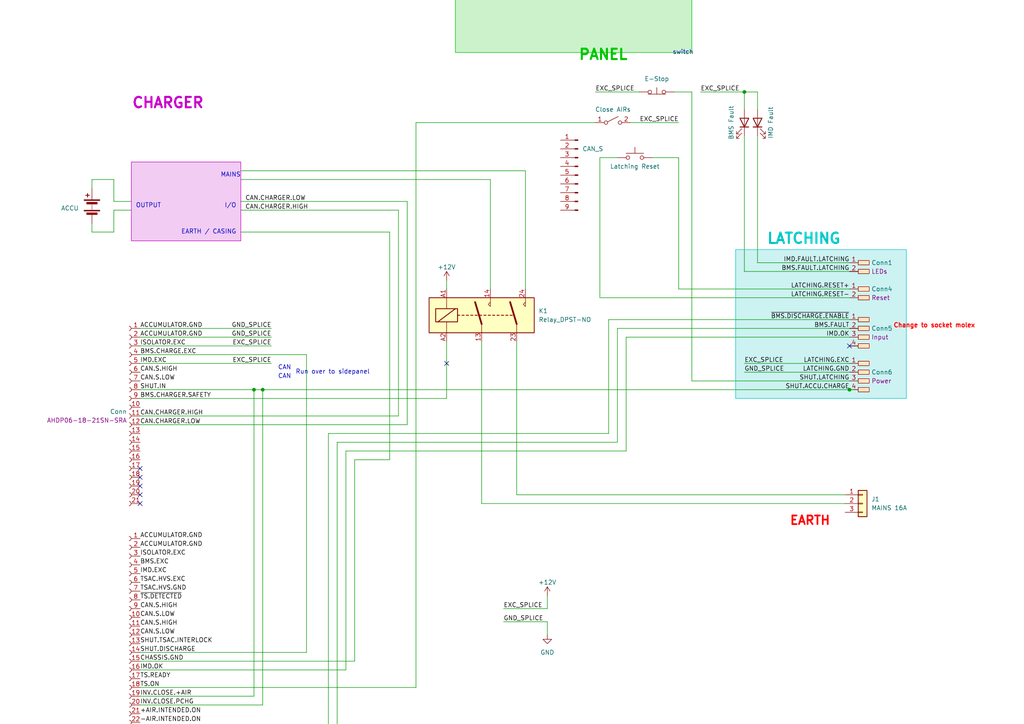
<source format=kicad_sch>
(kicad_sch
	(version 20231120)
	(generator "eeschema")
	(generator_version "8.0")
	(uuid "e263ed08-3e97-4ffa-9e52-34c71f4bd371")
	(paper "A4")
	(title_block
		(title "LOOM - CHARGING CART")
	)
	(lib_symbols
		(symbol "Connector:Conn_01x09_Pin"
			(pin_names
				(offset 1.016) hide)
			(exclude_from_sim no)
			(in_bom yes)
			(on_board yes)
			(property "Reference" "J"
				(at 0 12.7 0)
				(effects
					(font
						(size 1.27 1.27)
					)
				)
			)
			(property "Value" "Conn_01x09_Pin"
				(at 0 -12.7 0)
				(effects
					(font
						(size 1.27 1.27)
					)
				)
			)
			(property "Footprint" ""
				(at 0 0 0)
				(effects
					(font
						(size 1.27 1.27)
					)
					(hide yes)
				)
			)
			(property "Datasheet" "~"
				(at 0 0 0)
				(effects
					(font
						(size 1.27 1.27)
					)
					(hide yes)
				)
			)
			(property "Description" "Generic connector, single row, 01x09, script generated"
				(at 0 0 0)
				(effects
					(font
						(size 1.27 1.27)
					)
					(hide yes)
				)
			)
			(property "ki_locked" ""
				(at 0 0 0)
				(effects
					(font
						(size 1.27 1.27)
					)
				)
			)
			(property "ki_keywords" "connector"
				(at 0 0 0)
				(effects
					(font
						(size 1.27 1.27)
					)
					(hide yes)
				)
			)
			(property "ki_fp_filters" "Connector*:*_1x??_*"
				(at 0 0 0)
				(effects
					(font
						(size 1.27 1.27)
					)
					(hide yes)
				)
			)
			(symbol "Conn_01x09_Pin_1_1"
				(polyline
					(pts
						(xy 1.27 -10.16) (xy 0.8636 -10.16)
					)
					(stroke
						(width 0.1524)
						(type default)
					)
					(fill
						(type none)
					)
				)
				(polyline
					(pts
						(xy 1.27 -7.62) (xy 0.8636 -7.62)
					)
					(stroke
						(width 0.1524)
						(type default)
					)
					(fill
						(type none)
					)
				)
				(polyline
					(pts
						(xy 1.27 -5.08) (xy 0.8636 -5.08)
					)
					(stroke
						(width 0.1524)
						(type default)
					)
					(fill
						(type none)
					)
				)
				(polyline
					(pts
						(xy 1.27 -2.54) (xy 0.8636 -2.54)
					)
					(stroke
						(width 0.1524)
						(type default)
					)
					(fill
						(type none)
					)
				)
				(polyline
					(pts
						(xy 1.27 0) (xy 0.8636 0)
					)
					(stroke
						(width 0.1524)
						(type default)
					)
					(fill
						(type none)
					)
				)
				(polyline
					(pts
						(xy 1.27 2.54) (xy 0.8636 2.54)
					)
					(stroke
						(width 0.1524)
						(type default)
					)
					(fill
						(type none)
					)
				)
				(polyline
					(pts
						(xy 1.27 5.08) (xy 0.8636 5.08)
					)
					(stroke
						(width 0.1524)
						(type default)
					)
					(fill
						(type none)
					)
				)
				(polyline
					(pts
						(xy 1.27 7.62) (xy 0.8636 7.62)
					)
					(stroke
						(width 0.1524)
						(type default)
					)
					(fill
						(type none)
					)
				)
				(polyline
					(pts
						(xy 1.27 10.16) (xy 0.8636 10.16)
					)
					(stroke
						(width 0.1524)
						(type default)
					)
					(fill
						(type none)
					)
				)
				(rectangle
					(start 0.8636 -10.033)
					(end 0 -10.287)
					(stroke
						(width 0.1524)
						(type default)
					)
					(fill
						(type outline)
					)
				)
				(rectangle
					(start 0.8636 -7.493)
					(end 0 -7.747)
					(stroke
						(width 0.1524)
						(type default)
					)
					(fill
						(type outline)
					)
				)
				(rectangle
					(start 0.8636 -4.953)
					(end 0 -5.207)
					(stroke
						(width 0.1524)
						(type default)
					)
					(fill
						(type outline)
					)
				)
				(rectangle
					(start 0.8636 -2.413)
					(end 0 -2.667)
					(stroke
						(width 0.1524)
						(type default)
					)
					(fill
						(type outline)
					)
				)
				(rectangle
					(start 0.8636 0.127)
					(end 0 -0.127)
					(stroke
						(width 0.1524)
						(type default)
					)
					(fill
						(type outline)
					)
				)
				(rectangle
					(start 0.8636 2.667)
					(end 0 2.413)
					(stroke
						(width 0.1524)
						(type default)
					)
					(fill
						(type outline)
					)
				)
				(rectangle
					(start 0.8636 5.207)
					(end 0 4.953)
					(stroke
						(width 0.1524)
						(type default)
					)
					(fill
						(type outline)
					)
				)
				(rectangle
					(start 0.8636 7.747)
					(end 0 7.493)
					(stroke
						(width 0.1524)
						(type default)
					)
					(fill
						(type outline)
					)
				)
				(rectangle
					(start 0.8636 10.287)
					(end 0 10.033)
					(stroke
						(width 0.1524)
						(type default)
					)
					(fill
						(type outline)
					)
				)
				(pin passive line
					(at 5.08 10.16 180)
					(length 3.81)
					(name "Pin_1"
						(effects
							(font
								(size 1.27 1.27)
							)
						)
					)
					(number "1"
						(effects
							(font
								(size 1.27 1.27)
							)
						)
					)
				)
				(pin passive line
					(at 5.08 7.62 180)
					(length 3.81)
					(name "Pin_2"
						(effects
							(font
								(size 1.27 1.27)
							)
						)
					)
					(number "2"
						(effects
							(font
								(size 1.27 1.27)
							)
						)
					)
				)
				(pin passive line
					(at 5.08 5.08 180)
					(length 3.81)
					(name "Pin_3"
						(effects
							(font
								(size 1.27 1.27)
							)
						)
					)
					(number "3"
						(effects
							(font
								(size 1.27 1.27)
							)
						)
					)
				)
				(pin passive line
					(at 5.08 2.54 180)
					(length 3.81)
					(name "Pin_4"
						(effects
							(font
								(size 1.27 1.27)
							)
						)
					)
					(number "4"
						(effects
							(font
								(size 1.27 1.27)
							)
						)
					)
				)
				(pin passive line
					(at 5.08 0 180)
					(length 3.81)
					(name "Pin_5"
						(effects
							(font
								(size 1.27 1.27)
							)
						)
					)
					(number "5"
						(effects
							(font
								(size 1.27 1.27)
							)
						)
					)
				)
				(pin passive line
					(at 5.08 -2.54 180)
					(length 3.81)
					(name "Pin_6"
						(effects
							(font
								(size 1.27 1.27)
							)
						)
					)
					(number "6"
						(effects
							(font
								(size 1.27 1.27)
							)
						)
					)
				)
				(pin passive line
					(at 5.08 -5.08 180)
					(length 3.81)
					(name "Pin_7"
						(effects
							(font
								(size 1.27 1.27)
							)
						)
					)
					(number "7"
						(effects
							(font
								(size 1.27 1.27)
							)
						)
					)
				)
				(pin passive line
					(at 5.08 -7.62 180)
					(length 3.81)
					(name "Pin_8"
						(effects
							(font
								(size 1.27 1.27)
							)
						)
					)
					(number "8"
						(effects
							(font
								(size 1.27 1.27)
							)
						)
					)
				)
				(pin passive line
					(at 5.08 -10.16 180)
					(length 3.81)
					(name "Pin_9"
						(effects
							(font
								(size 1.27 1.27)
							)
						)
					)
					(number "9"
						(effects
							(font
								(size 1.27 1.27)
							)
						)
					)
				)
			)
		)
		(symbol "Connector_Generic:Conn_01x03"
			(pin_names
				(offset 1.016) hide)
			(exclude_from_sim no)
			(in_bom yes)
			(on_board yes)
			(property "Reference" "J"
				(at 0 5.08 0)
				(effects
					(font
						(size 1.27 1.27)
					)
				)
			)
			(property "Value" "Conn_01x03"
				(at 0 -5.08 0)
				(effects
					(font
						(size 1.27 1.27)
					)
				)
			)
			(property "Footprint" ""
				(at 0 0 0)
				(effects
					(font
						(size 1.27 1.27)
					)
					(hide yes)
				)
			)
			(property "Datasheet" "~"
				(at 0 0 0)
				(effects
					(font
						(size 1.27 1.27)
					)
					(hide yes)
				)
			)
			(property "Description" "Generic connector, single row, 01x03, script generated (kicad-library-utils/schlib/autogen/connector/)"
				(at 0 0 0)
				(effects
					(font
						(size 1.27 1.27)
					)
					(hide yes)
				)
			)
			(property "ki_keywords" "connector"
				(at 0 0 0)
				(effects
					(font
						(size 1.27 1.27)
					)
					(hide yes)
				)
			)
			(property "ki_fp_filters" "Connector*:*_1x??_*"
				(at 0 0 0)
				(effects
					(font
						(size 1.27 1.27)
					)
					(hide yes)
				)
			)
			(symbol "Conn_01x03_1_1"
				(rectangle
					(start -1.27 -2.413)
					(end 0 -2.667)
					(stroke
						(width 0.1524)
						(type default)
					)
					(fill
						(type none)
					)
				)
				(rectangle
					(start -1.27 0.127)
					(end 0 -0.127)
					(stroke
						(width 0.1524)
						(type default)
					)
					(fill
						(type none)
					)
				)
				(rectangle
					(start -1.27 2.667)
					(end 0 2.413)
					(stroke
						(width 0.1524)
						(type default)
					)
					(fill
						(type none)
					)
				)
				(rectangle
					(start -1.27 3.81)
					(end 1.27 -3.81)
					(stroke
						(width 0.254)
						(type default)
					)
					(fill
						(type background)
					)
				)
				(pin passive line
					(at -5.08 2.54 0)
					(length 3.81)
					(name "Pin_1"
						(effects
							(font
								(size 1.27 1.27)
							)
						)
					)
					(number "1"
						(effects
							(font
								(size 1.27 1.27)
							)
						)
					)
				)
				(pin passive line
					(at -5.08 0 0)
					(length 3.81)
					(name "Pin_2"
						(effects
							(font
								(size 1.27 1.27)
							)
						)
					)
					(number "2"
						(effects
							(font
								(size 1.27 1.27)
							)
						)
					)
				)
				(pin passive line
					(at -5.08 -2.54 0)
					(length 3.81)
					(name "Pin_3"
						(effects
							(font
								(size 1.27 1.27)
							)
						)
					)
					(number "3"
						(effects
							(font
								(size 1.27 1.27)
							)
						)
					)
				)
			)
		)
		(symbol "Connectors_SUFST:AMPHENOL-21P-Recepticle"
			(exclude_from_sim no)
			(in_bom yes)
			(on_board yes)
			(property "Reference" "Conn"
				(at 0 0.635 0)
				(effects
					(font
						(size 1.27 1.27)
					)
				)
			)
			(property "Value" "AMPHENOL-21P-Recepticle"
				(at 0 2.54 0)
				(effects
					(font
						(size 1.27 1.27)
					)
					(hide yes)
				)
			)
			(property "Footprint" ""
				(at 0 0 0)
				(effects
					(font
						(size 1.27 1.27)
					)
					(hide yes)
				)
			)
			(property "Datasheet" ""
				(at 0 0 0)
				(effects
					(font
						(size 1.27 1.27)
					)
					(hide yes)
				)
			)
			(property "Description" ""
				(at 0 0 0)
				(effects
					(font
						(size 1.27 1.27)
					)
					(hide yes)
				)
			)
			(property "P/N" "AHDP06-18-21SN-SRA"
				(at 0 0 0)
				(effects
					(font
						(size 1.27 1.27)
					)
				)
			)
			(property "Name" ""
				(at 0 0 0)
				(effects
					(font
						(size 1.27 1.27)
					)
					(hide yes)
				)
			)
			(symbol "AMPHENOL-21P-Recepticle_0_1"
				(arc
					(start -2.5368 -53.3407)
					(mid -1.9833 -52.7063)
					(end -2.5355 -52.0707)
					(stroke
						(width 0)
						(type default)
					)
					(fill
						(type none)
					)
				)
				(arc
					(start -2.5368 -48.2607)
					(mid -1.9833 -47.6263)
					(end -2.5355 -46.9907)
					(stroke
						(width 0)
						(type default)
					)
					(fill
						(type none)
					)
				)
				(arc
					(start -2.5368 -43.1807)
					(mid -1.9833 -42.5463)
					(end -2.5355 -41.9107)
					(stroke
						(width 0)
						(type default)
					)
					(fill
						(type none)
					)
				)
				(arc
					(start -2.5368 -38.1007)
					(mid -1.9833 -37.4663)
					(end -2.5355 -36.8307)
					(stroke
						(width 0)
						(type default)
					)
					(fill
						(type none)
					)
				)
				(arc
					(start -2.5368 -33.0207)
					(mid -1.9833 -32.3863)
					(end -2.5355 -31.7507)
					(stroke
						(width 0)
						(type default)
					)
					(fill
						(type none)
					)
				)
				(arc
					(start -2.5368 -27.9407)
					(mid -1.9833 -27.3063)
					(end -2.5355 -26.6707)
					(stroke
						(width 0)
						(type default)
					)
					(fill
						(type none)
					)
				)
				(arc
					(start -2.5368 -22.8607)
					(mid -1.9833 -22.2263)
					(end -2.5355 -21.5907)
					(stroke
						(width 0)
						(type default)
					)
					(fill
						(type none)
					)
				)
				(arc
					(start -2.5368 -17.7807)
					(mid -1.9833 -17.1463)
					(end -2.5355 -16.5107)
					(stroke
						(width 0)
						(type default)
					)
					(fill
						(type none)
					)
				)
				(arc
					(start -2.5368 -12.7007)
					(mid -1.9833 -12.0663)
					(end -2.5355 -11.4307)
					(stroke
						(width 0)
						(type default)
					)
					(fill
						(type none)
					)
				)
				(arc
					(start -2.5368 -7.6207)
					(mid -1.9833 -6.9863)
					(end -2.5355 -6.3507)
					(stroke
						(width 0)
						(type default)
					)
					(fill
						(type none)
					)
				)
				(arc
					(start -2.5368 -2.5407)
					(mid -1.9833 -1.9063)
					(end -2.5355 -1.2707)
					(stroke
						(width 0)
						(type default)
					)
					(fill
						(type none)
					)
				)
				(arc
					(start -2.4524 -50.8001)
					(mid -1.8989 -50.1657)
					(end -2.4511 -49.5301)
					(stroke
						(width 0)
						(type default)
					)
					(fill
						(type none)
					)
				)
				(arc
					(start -2.4524 -45.7201)
					(mid -1.8989 -45.0857)
					(end -2.4511 -44.4501)
					(stroke
						(width 0)
						(type default)
					)
					(fill
						(type none)
					)
				)
				(arc
					(start -2.4524 -40.6401)
					(mid -1.8989 -40.0057)
					(end -2.4511 -39.3701)
					(stroke
						(width 0)
						(type default)
					)
					(fill
						(type none)
					)
				)
				(arc
					(start -2.4524 -35.5601)
					(mid -1.8989 -34.9257)
					(end -2.4511 -34.2901)
					(stroke
						(width 0)
						(type default)
					)
					(fill
						(type none)
					)
				)
				(arc
					(start -2.4524 -30.4801)
					(mid -1.8989 -29.8457)
					(end -2.4511 -29.2101)
					(stroke
						(width 0)
						(type default)
					)
					(fill
						(type none)
					)
				)
				(arc
					(start -2.4524 -25.4001)
					(mid -1.8989 -24.7657)
					(end -2.4511 -24.1301)
					(stroke
						(width 0)
						(type default)
					)
					(fill
						(type none)
					)
				)
				(arc
					(start -2.4524 -20.3201)
					(mid -1.8989 -19.6857)
					(end -2.4511 -19.0501)
					(stroke
						(width 0)
						(type default)
					)
					(fill
						(type none)
					)
				)
				(arc
					(start -2.4524 -15.2401)
					(mid -1.8989 -14.6057)
					(end -2.4511 -13.9701)
					(stroke
						(width 0)
						(type default)
					)
					(fill
						(type none)
					)
				)
				(arc
					(start -2.4524 -10.1601)
					(mid -1.8989 -9.5257)
					(end -2.4511 -8.8901)
					(stroke
						(width 0)
						(type default)
					)
					(fill
						(type none)
					)
				)
				(arc
					(start -2.4524 -5.0801)
					(mid -1.8989 -4.4457)
					(end -2.4511 -3.8101)
					(stroke
						(width 0)
						(type default)
					)
					(fill
						(type none)
					)
				)
			)
			(symbol "AMPHENOL-21P-Recepticle_1_1"
				(pin input line
					(at 0.635 -1.905 180)
					(length 2.54)
					(name ""
						(effects
							(font
								(size 1.27 1.27)
							)
						)
					)
					(number "1"
						(effects
							(font
								(size 1.27 1.27)
							)
						)
					)
				)
				(pin input line
					(at 0.635 -24.765 180)
					(length 2.54)
					(name ""
						(effects
							(font
								(size 1.27 1.27)
							)
						)
					)
					(number "10"
						(effects
							(font
								(size 1.27 1.27)
							)
						)
					)
				)
				(pin input line
					(at 0.635 -27.305 180)
					(length 2.54)
					(name ""
						(effects
							(font
								(size 1.27 1.27)
							)
						)
					)
					(number "11"
						(effects
							(font
								(size 1.27 1.27)
							)
						)
					)
				)
				(pin input line
					(at 0.635 -29.845 180)
					(length 2.54)
					(name ""
						(effects
							(font
								(size 1.27 1.27)
							)
						)
					)
					(number "12"
						(effects
							(font
								(size 1.27 1.27)
							)
						)
					)
				)
				(pin input line
					(at 0.635 -32.385 180)
					(length 2.54)
					(name ""
						(effects
							(font
								(size 1.27 1.27)
							)
						)
					)
					(number "13"
						(effects
							(font
								(size 1.27 1.27)
							)
						)
					)
				)
				(pin input line
					(at 0.635 -34.925 180)
					(length 2.54)
					(name ""
						(effects
							(font
								(size 1.27 1.27)
							)
						)
					)
					(number "14"
						(effects
							(font
								(size 1.27 1.27)
							)
						)
					)
				)
				(pin input line
					(at 0.635 -37.465 180)
					(length 2.54)
					(name ""
						(effects
							(font
								(size 1.27 1.27)
							)
						)
					)
					(number "15"
						(effects
							(font
								(size 1.27 1.27)
							)
						)
					)
				)
				(pin input line
					(at 0.635 -40.005 180)
					(length 2.54)
					(name ""
						(effects
							(font
								(size 1.27 1.27)
							)
						)
					)
					(number "16"
						(effects
							(font
								(size 1.27 1.27)
							)
						)
					)
				)
				(pin input line
					(at 0.635 -42.545 180)
					(length 2.54)
					(name ""
						(effects
							(font
								(size 1.27 1.27)
							)
						)
					)
					(number "17"
						(effects
							(font
								(size 1.27 1.27)
							)
						)
					)
				)
				(pin input line
					(at 0.635 -45.085 180)
					(length 2.54)
					(name ""
						(effects
							(font
								(size 1.27 1.27)
							)
						)
					)
					(number "18"
						(effects
							(font
								(size 1.27 1.27)
							)
						)
					)
				)
				(pin input line
					(at 0.635 -47.625 180)
					(length 2.54)
					(name ""
						(effects
							(font
								(size 1.27 1.27)
							)
						)
					)
					(number "19"
						(effects
							(font
								(size 1.27 1.27)
							)
						)
					)
				)
				(pin input line
					(at 0.635 -4.445 180)
					(length 2.54)
					(name ""
						(effects
							(font
								(size 1.27 1.27)
							)
						)
					)
					(number "2"
						(effects
							(font
								(size 1.27 1.27)
							)
						)
					)
				)
				(pin input line
					(at 0.635 -50.165 180)
					(length 2.54)
					(name ""
						(effects
							(font
								(size 1.27 1.27)
							)
						)
					)
					(number "20"
						(effects
							(font
								(size 1.27 1.27)
							)
						)
					)
				)
				(pin input line
					(at 0.635 -52.705 180)
					(length 2.54)
					(name ""
						(effects
							(font
								(size 1.27 1.27)
							)
						)
					)
					(number "21"
						(effects
							(font
								(size 1.27 1.27)
							)
						)
					)
				)
				(pin input line
					(at 0.635 -6.985 180)
					(length 2.54)
					(name ""
						(effects
							(font
								(size 1.27 1.27)
							)
						)
					)
					(number "3"
						(effects
							(font
								(size 1.27 1.27)
							)
						)
					)
				)
				(pin input line
					(at 0.635 -9.525 180)
					(length 2.54)
					(name ""
						(effects
							(font
								(size 1.27 1.27)
							)
						)
					)
					(number "4"
						(effects
							(font
								(size 1.27 1.27)
							)
						)
					)
				)
				(pin input line
					(at 0.635 -12.065 180)
					(length 2.54)
					(name ""
						(effects
							(font
								(size 1.27 1.27)
							)
						)
					)
					(number "5"
						(effects
							(font
								(size 1.27 1.27)
							)
						)
					)
				)
				(pin input line
					(at 0.635 -14.605 180)
					(length 2.54)
					(name ""
						(effects
							(font
								(size 1.27 1.27)
							)
						)
					)
					(number "6"
						(effects
							(font
								(size 1.27 1.27)
							)
						)
					)
				)
				(pin input line
					(at 0.635 -17.145 180)
					(length 2.54)
					(name ""
						(effects
							(font
								(size 1.27 1.27)
							)
						)
					)
					(number "7"
						(effects
							(font
								(size 1.27 1.27)
							)
						)
					)
				)
				(pin input line
					(at 0.635 -19.685 180)
					(length 2.54)
					(name ""
						(effects
							(font
								(size 1.27 1.27)
							)
						)
					)
					(number "8"
						(effects
							(font
								(size 1.27 1.27)
							)
						)
					)
				)
				(pin input line
					(at 0.635 -22.225 180)
					(length 2.54)
					(name ""
						(effects
							(font
								(size 1.27 1.27)
							)
						)
					)
					(number "9"
						(effects
							(font
								(size 1.27 1.27)
							)
						)
					)
				)
			)
		)
		(symbol "Connectors_SUFST:AMPHENOL-47P-Recepticle"
			(exclude_from_sim no)
			(in_bom yes)
			(on_board yes)
			(property "Reference" "Conn"
				(at 0 0.635 0)
				(effects
					(font
						(size 1.27 1.27)
					)
				)
			)
			(property "Value" "AMPHENOL-47P-Recepticle"
				(at 0 2.54 0)
				(effects
					(font
						(size 1.27 1.27)
					)
					(hide yes)
				)
			)
			(property "Footprint" ""
				(at 0 0 0)
				(effects
					(font
						(size 1.27 1.27)
					)
					(hide yes)
				)
			)
			(property "Datasheet" ""
				(at 0 0 0)
				(effects
					(font
						(size 1.27 1.27)
					)
					(hide yes)
				)
			)
			(property "Description" ""
				(at 0 0 0)
				(effects
					(font
						(size 1.27 1.27)
					)
					(hide yes)
				)
			)
			(property "P/N" "AHDP06-24-47SR-SRA"
				(at 0 0 0)
				(effects
					(font
						(size 1.27 1.27)
					)
				)
			)
			(property "Name" ""
				(at 0 0 0)
				(effects
					(font
						(size 1.27 1.27)
					)
					(hide yes)
				)
			)
			(symbol "AMPHENOL-47P-Recepticle_0_1"
				(arc
					(start -2.5368 -119.3807)
					(mid -1.9833 -118.7463)
					(end -2.5355 -118.1107)
					(stroke
						(width 0)
						(type default)
					)
					(fill
						(type none)
					)
				)
				(arc
					(start -2.5368 -114.3007)
					(mid -1.9833 -113.6663)
					(end -2.5355 -113.0307)
					(stroke
						(width 0)
						(type default)
					)
					(fill
						(type none)
					)
				)
				(arc
					(start -2.5368 -109.2207)
					(mid -1.9833 -108.5863)
					(end -2.5355 -107.9507)
					(stroke
						(width 0)
						(type default)
					)
					(fill
						(type none)
					)
				)
				(arc
					(start -2.5368 -104.1407)
					(mid -1.9833 -103.5063)
					(end -2.5355 -102.8707)
					(stroke
						(width 0)
						(type default)
					)
					(fill
						(type none)
					)
				)
				(arc
					(start -2.5368 -99.0607)
					(mid -1.9833 -98.4263)
					(end -2.5355 -97.7907)
					(stroke
						(width 0)
						(type default)
					)
					(fill
						(type none)
					)
				)
				(arc
					(start -2.5368 -93.9807)
					(mid -1.9833 -93.3463)
					(end -2.5355 -92.7107)
					(stroke
						(width 0)
						(type default)
					)
					(fill
						(type none)
					)
				)
				(arc
					(start -2.5368 -88.9007)
					(mid -1.9833 -88.2663)
					(end -2.5355 -87.6307)
					(stroke
						(width 0)
						(type default)
					)
					(fill
						(type none)
					)
				)
				(arc
					(start -2.5368 -83.8207)
					(mid -1.9833 -83.1863)
					(end -2.5355 -82.5507)
					(stroke
						(width 0)
						(type default)
					)
					(fill
						(type none)
					)
				)
				(arc
					(start -2.5368 -78.7407)
					(mid -1.9833 -78.1063)
					(end -2.5355 -77.4707)
					(stroke
						(width 0)
						(type default)
					)
					(fill
						(type none)
					)
				)
				(arc
					(start -2.5368 -73.6607)
					(mid -1.9833 -73.0263)
					(end -2.5355 -72.3907)
					(stroke
						(width 0)
						(type default)
					)
					(fill
						(type none)
					)
				)
				(arc
					(start -2.5368 -68.5807)
					(mid -1.9833 -67.9463)
					(end -2.5355 -67.3107)
					(stroke
						(width 0)
						(type default)
					)
					(fill
						(type none)
					)
				)
				(arc
					(start -2.5368 -63.5007)
					(mid -1.9833 -62.8663)
					(end -2.5355 -62.2307)
					(stroke
						(width 0)
						(type default)
					)
					(fill
						(type none)
					)
				)
				(arc
					(start -2.5368 -58.4207)
					(mid -1.9833 -57.7863)
					(end -2.5355 -57.1507)
					(stroke
						(width 0)
						(type default)
					)
					(fill
						(type none)
					)
				)
				(arc
					(start -2.5368 -53.3407)
					(mid -1.9833 -52.7063)
					(end -2.5355 -52.0707)
					(stroke
						(width 0)
						(type default)
					)
					(fill
						(type none)
					)
				)
				(arc
					(start -2.5368 -48.2607)
					(mid -1.9833 -47.6263)
					(end -2.5355 -46.9907)
					(stroke
						(width 0)
						(type default)
					)
					(fill
						(type none)
					)
				)
				(arc
					(start -2.5368 -43.1807)
					(mid -1.9833 -42.5463)
					(end -2.5355 -41.9107)
					(stroke
						(width 0)
						(type default)
					)
					(fill
						(type none)
					)
				)
				(arc
					(start -2.5368 -38.1007)
					(mid -1.9833 -37.4663)
					(end -2.5355 -36.8307)
					(stroke
						(width 0)
						(type default)
					)
					(fill
						(type none)
					)
				)
				(arc
					(start -2.5368 -33.0207)
					(mid -1.9833 -32.3863)
					(end -2.5355 -31.7507)
					(stroke
						(width 0)
						(type default)
					)
					(fill
						(type none)
					)
				)
				(arc
					(start -2.5368 -27.9407)
					(mid -1.9833 -27.3063)
					(end -2.5355 -26.6707)
					(stroke
						(width 0)
						(type default)
					)
					(fill
						(type none)
					)
				)
				(arc
					(start -2.5368 -22.8607)
					(mid -1.9833 -22.2263)
					(end -2.5355 -21.5907)
					(stroke
						(width 0)
						(type default)
					)
					(fill
						(type none)
					)
				)
				(arc
					(start -2.5368 -17.7807)
					(mid -1.9833 -17.1463)
					(end -2.5355 -16.5107)
					(stroke
						(width 0)
						(type default)
					)
					(fill
						(type none)
					)
				)
				(arc
					(start -2.5368 -12.7007)
					(mid -1.9833 -12.0663)
					(end -2.5355 -11.4307)
					(stroke
						(width 0)
						(type default)
					)
					(fill
						(type none)
					)
				)
				(arc
					(start -2.5368 -7.6207)
					(mid -1.9833 -6.9863)
					(end -2.5355 -6.3507)
					(stroke
						(width 0)
						(type default)
					)
					(fill
						(type none)
					)
				)
				(arc
					(start -2.5368 -2.5407)
					(mid -1.9833 -1.9063)
					(end -2.5355 -1.2707)
					(stroke
						(width 0)
						(type default)
					)
					(fill
						(type none)
					)
				)
				(arc
					(start -2.4524 -116.8401)
					(mid -1.8989 -116.2057)
					(end -2.4511 -115.5701)
					(stroke
						(width 0)
						(type default)
					)
					(fill
						(type none)
					)
				)
				(arc
					(start -2.4524 -111.7601)
					(mid -1.8989 -111.1257)
					(end -2.4511 -110.4901)
					(stroke
						(width 0)
						(type default)
					)
					(fill
						(type none)
					)
				)
				(arc
					(start -2.4524 -106.6801)
					(mid -1.8989 -106.0457)
					(end -2.4511 -105.4101)
					(stroke
						(width 0)
						(type default)
					)
					(fill
						(type none)
					)
				)
				(arc
					(start -2.4524 -101.6001)
					(mid -1.8989 -100.9657)
					(end -2.4511 -100.3301)
					(stroke
						(width 0)
						(type default)
					)
					(fill
						(type none)
					)
				)
				(arc
					(start -2.4524 -96.5201)
					(mid -1.8989 -95.8857)
					(end -2.4511 -95.2501)
					(stroke
						(width 0)
						(type default)
					)
					(fill
						(type none)
					)
				)
				(arc
					(start -2.4524 -91.4401)
					(mid -1.8989 -90.8057)
					(end -2.4511 -90.1701)
					(stroke
						(width 0)
						(type default)
					)
					(fill
						(type none)
					)
				)
				(arc
					(start -2.4524 -86.3601)
					(mid -1.8989 -85.7257)
					(end -2.4511 -85.0901)
					(stroke
						(width 0)
						(type default)
					)
					(fill
						(type none)
					)
				)
				(arc
					(start -2.4524 -81.2801)
					(mid -1.8989 -80.6457)
					(end -2.4511 -80.0101)
					(stroke
						(width 0)
						(type default)
					)
					(fill
						(type none)
					)
				)
				(arc
					(start -2.4524 -76.2001)
					(mid -1.8989 -75.5657)
					(end -2.4511 -74.9301)
					(stroke
						(width 0)
						(type default)
					)
					(fill
						(type none)
					)
				)
				(arc
					(start -2.4524 -71.1201)
					(mid -1.8989 -70.4857)
					(end -2.4511 -69.8501)
					(stroke
						(width 0)
						(type default)
					)
					(fill
						(type none)
					)
				)
				(arc
					(start -2.4524 -66.0401)
					(mid -1.8989 -65.4057)
					(end -2.4511 -64.7701)
					(stroke
						(width 0)
						(type default)
					)
					(fill
						(type none)
					)
				)
				(arc
					(start -2.4524 -60.9601)
					(mid -1.8989 -60.3257)
					(end -2.4511 -59.6901)
					(stroke
						(width 0)
						(type default)
					)
					(fill
						(type none)
					)
				)
				(arc
					(start -2.4524 -55.8801)
					(mid -1.8989 -55.2457)
					(end -2.4511 -54.6101)
					(stroke
						(width 0)
						(type default)
					)
					(fill
						(type none)
					)
				)
				(arc
					(start -2.4524 -50.8001)
					(mid -1.8989 -50.1657)
					(end -2.4511 -49.5301)
					(stroke
						(width 0)
						(type default)
					)
					(fill
						(type none)
					)
				)
				(arc
					(start -2.4524 -45.7201)
					(mid -1.8989 -45.0857)
					(end -2.4511 -44.4501)
					(stroke
						(width 0)
						(type default)
					)
					(fill
						(type none)
					)
				)
				(arc
					(start -2.4524 -40.6401)
					(mid -1.8989 -40.0057)
					(end -2.4511 -39.3701)
					(stroke
						(width 0)
						(type default)
					)
					(fill
						(type none)
					)
				)
				(arc
					(start -2.4524 -35.5601)
					(mid -1.8989 -34.9257)
					(end -2.4511 -34.2901)
					(stroke
						(width 0)
						(type default)
					)
					(fill
						(type none)
					)
				)
				(arc
					(start -2.4524 -30.4801)
					(mid -1.8989 -29.8457)
					(end -2.4511 -29.2101)
					(stroke
						(width 0)
						(type default)
					)
					(fill
						(type none)
					)
				)
				(arc
					(start -2.4524 -25.4001)
					(mid -1.8989 -24.7657)
					(end -2.4511 -24.1301)
					(stroke
						(width 0)
						(type default)
					)
					(fill
						(type none)
					)
				)
				(arc
					(start -2.4524 -20.3201)
					(mid -1.8989 -19.6857)
					(end -2.4511 -19.0501)
					(stroke
						(width 0)
						(type default)
					)
					(fill
						(type none)
					)
				)
				(arc
					(start -2.4524 -15.2401)
					(mid -1.8989 -14.6057)
					(end -2.4511 -13.9701)
					(stroke
						(width 0)
						(type default)
					)
					(fill
						(type none)
					)
				)
				(arc
					(start -2.4524 -10.1601)
					(mid -1.8989 -9.5257)
					(end -2.4511 -8.8901)
					(stroke
						(width 0)
						(type default)
					)
					(fill
						(type none)
					)
				)
				(arc
					(start -2.4524 -5.0801)
					(mid -1.8989 -4.4457)
					(end -2.4511 -3.8101)
					(stroke
						(width 0)
						(type default)
					)
					(fill
						(type none)
					)
				)
			)
			(symbol "AMPHENOL-47P-Recepticle_1_1"
				(pin input line
					(at 0.635 -1.905 180)
					(length 2.54)
					(name ""
						(effects
							(font
								(size 1.27 1.27)
							)
						)
					)
					(number "1"
						(effects
							(font
								(size 1.27 1.27)
							)
						)
					)
				)
				(pin input line
					(at 0.635 -24.765 180)
					(length 2.54)
					(name ""
						(effects
							(font
								(size 1.27 1.27)
							)
						)
					)
					(number "10"
						(effects
							(font
								(size 1.27 1.27)
							)
						)
					)
				)
				(pin input line
					(at 0.635 -27.305 180)
					(length 2.54)
					(name ""
						(effects
							(font
								(size 1.27 1.27)
							)
						)
					)
					(number "11"
						(effects
							(font
								(size 1.27 1.27)
							)
						)
					)
				)
				(pin input line
					(at 0.635 -29.845 180)
					(length 2.54)
					(name ""
						(effects
							(font
								(size 1.27 1.27)
							)
						)
					)
					(number "12"
						(effects
							(font
								(size 1.27 1.27)
							)
						)
					)
				)
				(pin input line
					(at 0.635 -32.385 180)
					(length 2.54)
					(name ""
						(effects
							(font
								(size 1.27 1.27)
							)
						)
					)
					(number "13"
						(effects
							(font
								(size 1.27 1.27)
							)
						)
					)
				)
				(pin input line
					(at 0.635 -34.925 180)
					(length 2.54)
					(name ""
						(effects
							(font
								(size 1.27 1.27)
							)
						)
					)
					(number "14"
						(effects
							(font
								(size 1.27 1.27)
							)
						)
					)
				)
				(pin input line
					(at 0.635 -37.465 180)
					(length 2.54)
					(name ""
						(effects
							(font
								(size 1.27 1.27)
							)
						)
					)
					(number "15"
						(effects
							(font
								(size 1.27 1.27)
							)
						)
					)
				)
				(pin input line
					(at 0.635 -40.005 180)
					(length 2.54)
					(name ""
						(effects
							(font
								(size 1.27 1.27)
							)
						)
					)
					(number "16"
						(effects
							(font
								(size 1.27 1.27)
							)
						)
					)
				)
				(pin input line
					(at 0.635 -42.545 180)
					(length 2.54)
					(name ""
						(effects
							(font
								(size 1.27 1.27)
							)
						)
					)
					(number "17"
						(effects
							(font
								(size 1.27 1.27)
							)
						)
					)
				)
				(pin input line
					(at 0.635 -45.085 180)
					(length 2.54)
					(name ""
						(effects
							(font
								(size 1.27 1.27)
							)
						)
					)
					(number "18"
						(effects
							(font
								(size 1.27 1.27)
							)
						)
					)
				)
				(pin input line
					(at 0.635 -47.625 180)
					(length 2.54)
					(name ""
						(effects
							(font
								(size 1.27 1.27)
							)
						)
					)
					(number "19"
						(effects
							(font
								(size 1.27 1.27)
							)
						)
					)
				)
				(pin input line
					(at 0.635 -4.445 180)
					(length 2.54)
					(name ""
						(effects
							(font
								(size 1.27 1.27)
							)
						)
					)
					(number "2"
						(effects
							(font
								(size 1.27 1.27)
							)
						)
					)
				)
				(pin input line
					(at 0.635 -50.165 180)
					(length 2.54)
					(name ""
						(effects
							(font
								(size 1.27 1.27)
							)
						)
					)
					(number "20"
						(effects
							(font
								(size 1.27 1.27)
							)
						)
					)
				)
				(pin input line
					(at 0.635 -52.705 180)
					(length 2.54)
					(name ""
						(effects
							(font
								(size 1.27 1.27)
							)
						)
					)
					(number "21"
						(effects
							(font
								(size 1.27 1.27)
							)
						)
					)
				)
				(pin input line
					(at 0.635 -55.245 180)
					(length 2.54)
					(name ""
						(effects
							(font
								(size 1.27 1.27)
							)
						)
					)
					(number "22"
						(effects
							(font
								(size 1.27 1.27)
							)
						)
					)
				)
				(pin input line
					(at 0.635 -57.785 180)
					(length 2.54)
					(name ""
						(effects
							(font
								(size 1.27 1.27)
							)
						)
					)
					(number "23"
						(effects
							(font
								(size 1.27 1.27)
							)
						)
					)
				)
				(pin input line
					(at 0.635 -60.325 180)
					(length 2.54)
					(name ""
						(effects
							(font
								(size 1.27 1.27)
							)
						)
					)
					(number "24"
						(effects
							(font
								(size 1.27 1.27)
							)
						)
					)
				)
				(pin input line
					(at 0.635 -62.865 180)
					(length 2.54)
					(name ""
						(effects
							(font
								(size 1.27 1.27)
							)
						)
					)
					(number "25"
						(effects
							(font
								(size 1.27 1.27)
							)
						)
					)
				)
				(pin input line
					(at 0.635 -65.405 180)
					(length 2.54)
					(name ""
						(effects
							(font
								(size 1.27 1.27)
							)
						)
					)
					(number "26"
						(effects
							(font
								(size 1.27 1.27)
							)
						)
					)
				)
				(pin input line
					(at 0.635 -67.945 180)
					(length 2.54)
					(name ""
						(effects
							(font
								(size 1.27 1.27)
							)
						)
					)
					(number "27"
						(effects
							(font
								(size 1.27 1.27)
							)
						)
					)
				)
				(pin input line
					(at 0.635 -70.485 180)
					(length 2.54)
					(name ""
						(effects
							(font
								(size 1.27 1.27)
							)
						)
					)
					(number "28"
						(effects
							(font
								(size 1.27 1.27)
							)
						)
					)
				)
				(pin input line
					(at 0.635 -73.025 180)
					(length 2.54)
					(name ""
						(effects
							(font
								(size 1.27 1.27)
							)
						)
					)
					(number "29"
						(effects
							(font
								(size 1.27 1.27)
							)
						)
					)
				)
				(pin input line
					(at 0.635 -6.985 180)
					(length 2.54)
					(name ""
						(effects
							(font
								(size 1.27 1.27)
							)
						)
					)
					(number "3"
						(effects
							(font
								(size 1.27 1.27)
							)
						)
					)
				)
				(pin input line
					(at 0.635 -75.565 180)
					(length 2.54)
					(name ""
						(effects
							(font
								(size 1.27 1.27)
							)
						)
					)
					(number "30"
						(effects
							(font
								(size 1.27 1.27)
							)
						)
					)
				)
				(pin input line
					(at 0.635 -78.105 180)
					(length 2.54)
					(name ""
						(effects
							(font
								(size 1.27 1.27)
							)
						)
					)
					(number "31"
						(effects
							(font
								(size 1.27 1.27)
							)
						)
					)
				)
				(pin input line
					(at 0.635 -80.645 180)
					(length 2.54)
					(name ""
						(effects
							(font
								(size 1.27 1.27)
							)
						)
					)
					(number "32"
						(effects
							(font
								(size 1.27 1.27)
							)
						)
					)
				)
				(pin input line
					(at 0.635 -83.185 180)
					(length 2.54)
					(name ""
						(effects
							(font
								(size 1.27 1.27)
							)
						)
					)
					(number "33"
						(effects
							(font
								(size 1.27 1.27)
							)
						)
					)
				)
				(pin input line
					(at 0.635 -85.725 180)
					(length 2.54)
					(name ""
						(effects
							(font
								(size 1.27 1.27)
							)
						)
					)
					(number "34"
						(effects
							(font
								(size 1.27 1.27)
							)
						)
					)
				)
				(pin input line
					(at 0.635 -88.265 180)
					(length 2.54)
					(name ""
						(effects
							(font
								(size 1.27 1.27)
							)
						)
					)
					(number "35"
						(effects
							(font
								(size 1.27 1.27)
							)
						)
					)
				)
				(pin input line
					(at 0.635 -90.805 180)
					(length 2.54)
					(name ""
						(effects
							(font
								(size 1.27 1.27)
							)
						)
					)
					(number "36"
						(effects
							(font
								(size 1.27 1.27)
							)
						)
					)
				)
				(pin input line
					(at 0.635 -93.345 180)
					(length 2.54)
					(name ""
						(effects
							(font
								(size 1.27 1.27)
							)
						)
					)
					(number "37"
						(effects
							(font
								(size 1.27 1.27)
							)
						)
					)
				)
				(pin input line
					(at 0.635 -95.885 180)
					(length 2.54)
					(name ""
						(effects
							(font
								(size 1.27 1.27)
							)
						)
					)
					(number "38"
						(effects
							(font
								(size 1.27 1.27)
							)
						)
					)
				)
				(pin input line
					(at 0.635 -98.425 180)
					(length 2.54)
					(name ""
						(effects
							(font
								(size 1.27 1.27)
							)
						)
					)
					(number "39"
						(effects
							(font
								(size 1.27 1.27)
							)
						)
					)
				)
				(pin input line
					(at 0.635 -9.525 180)
					(length 2.54)
					(name ""
						(effects
							(font
								(size 1.27 1.27)
							)
						)
					)
					(number "4"
						(effects
							(font
								(size 1.27 1.27)
							)
						)
					)
				)
				(pin input line
					(at 0.635 -100.965 180)
					(length 2.54)
					(name ""
						(effects
							(font
								(size 1.27 1.27)
							)
						)
					)
					(number "40"
						(effects
							(font
								(size 1.27 1.27)
							)
						)
					)
				)
				(pin input line
					(at 0.635 -103.505 180)
					(length 2.54)
					(name ""
						(effects
							(font
								(size 1.27 1.27)
							)
						)
					)
					(number "41"
						(effects
							(font
								(size 1.27 1.27)
							)
						)
					)
				)
				(pin input line
					(at 0.635 -106.045 180)
					(length 2.54)
					(name ""
						(effects
							(font
								(size 1.27 1.27)
							)
						)
					)
					(number "42"
						(effects
							(font
								(size 1.27 1.27)
							)
						)
					)
				)
				(pin input line
					(at 0.635 -108.585 180)
					(length 2.54)
					(name ""
						(effects
							(font
								(size 1.27 1.27)
							)
						)
					)
					(number "43"
						(effects
							(font
								(size 1.27 1.27)
							)
						)
					)
				)
				(pin input line
					(at 0.635 -111.125 180)
					(length 2.54)
					(name ""
						(effects
							(font
								(size 1.27 1.27)
							)
						)
					)
					(number "44"
						(effects
							(font
								(size 1.27 1.27)
							)
						)
					)
				)
				(pin input line
					(at 0.635 -113.665 180)
					(length 2.54)
					(name ""
						(effects
							(font
								(size 1.27 1.27)
							)
						)
					)
					(number "45"
						(effects
							(font
								(size 1.27 1.27)
							)
						)
					)
				)
				(pin input line
					(at 0.635 -116.205 180)
					(length 2.54)
					(name ""
						(effects
							(font
								(size 1.27 1.27)
							)
						)
					)
					(number "46"
						(effects
							(font
								(size 1.27 1.27)
							)
						)
					)
				)
				(pin input line
					(at 0.635 -118.745 180)
					(length 2.54)
					(name ""
						(effects
							(font
								(size 1.27 1.27)
							)
						)
					)
					(number "47"
						(effects
							(font
								(size 1.27 1.27)
							)
						)
					)
				)
				(pin input line
					(at 0.635 -12.065 180)
					(length 2.54)
					(name ""
						(effects
							(font
								(size 1.27 1.27)
							)
						)
					)
					(number "5"
						(effects
							(font
								(size 1.27 1.27)
							)
						)
					)
				)
				(pin input line
					(at 0.635 -14.605 180)
					(length 2.54)
					(name ""
						(effects
							(font
								(size 1.27 1.27)
							)
						)
					)
					(number "6"
						(effects
							(font
								(size 1.27 1.27)
							)
						)
					)
				)
				(pin input line
					(at 0.635 -17.145 180)
					(length 2.54)
					(name ""
						(effects
							(font
								(size 1.27 1.27)
							)
						)
					)
					(number "7"
						(effects
							(font
								(size 1.27 1.27)
							)
						)
					)
				)
				(pin input line
					(at 0.635 -19.685 180)
					(length 2.54)
					(name ""
						(effects
							(font
								(size 1.27 1.27)
							)
						)
					)
					(number "8"
						(effects
							(font
								(size 1.27 1.27)
							)
						)
					)
				)
				(pin input line
					(at 0.635 -22.225 180)
					(length 2.54)
					(name ""
						(effects
							(font
								(size 1.27 1.27)
							)
						)
					)
					(number "9"
						(effects
							(font
								(size 1.27 1.27)
							)
						)
					)
				)
			)
		)
		(symbol "Connectors_SUFST:Molex_2x1P_Horizontal_THT"
			(exclude_from_sim no)
			(in_bom yes)
			(on_board yes)
			(property "Reference" "Conn"
				(at 0 -1.905 0)
				(effects
					(font
						(size 1.27 1.27)
					)
				)
			)
			(property "Value" "Molex_2x1P_Horizontal_THT"
				(at 0 0 0)
				(effects
					(font
						(size 1.27 1.27)
					)
					(hide yes)
				)
			)
			(property "Footprint" ""
				(at 0 -1.905 0)
				(effects
					(font
						(size 1.27 1.27)
					)
					(hide yes)
				)
			)
			(property "Datasheet" ""
				(at 0 -1.905 0)
				(effects
					(font
						(size 1.27 1.27)
					)
					(hide yes)
				)
			)
			(property "Description" ""
				(at 0 0 0)
				(effects
					(font
						(size 1.27 1.27)
					)
					(hide yes)
				)
			)
			(property "P/N" "43650-0200"
				(at 0 0 0)
				(effects
					(font
						(size 1.27 1.27)
					)
					(hide yes)
				)
			)
			(property "Name" ""
				(at 0 0 0)
				(effects
					(font
						(size 1.27 1.27)
					)
				)
			)
			(symbol "Molex_2x1P_Horizontal_THT_0_1"
				(polyline
					(pts
						(xy -0.635 -4.445) (xy 1.905 -4.445)
					)
					(stroke
						(width 0)
						(type default)
					)
					(fill
						(type none)
					)
				)
			)
			(symbol "Molex_2x1P_Horizontal_THT_1_1"
				(rectangle
					(start -3.81 -6.35)
					(end -0.635 -7.62)
					(stroke
						(width 0)
						(type default)
					)
					(fill
						(type color)
						(color 255 229 191 1)
					)
				)
				(rectangle
					(start -3.81 -3.81)
					(end -0.635 -5.08)
					(stroke
						(width 0)
						(type default)
					)
					(fill
						(type color)
						(color 255 229 191 1)
					)
				)
				(pin input line
					(at 1.905 -6.985 180)
					(length 2.54)
					(name ""
						(effects
							(font
								(size 1.27 1.27)
							)
						)
					)
					(number "1"
						(effects
							(font
								(size 1.27 1.27)
							)
						)
					)
				)
				(pin input line
					(at 1.905 -4.445 180)
					(length 2.54)
					(name ""
						(effects
							(font
								(size 1.27 1.27)
							)
						)
					)
					(number "2"
						(effects
							(font
								(size 1.27 1.27)
							)
						)
					)
				)
			)
		)
		(symbol "Connectors_SUFST:Molex_2x2P_Horizontal"
			(exclude_from_sim no)
			(in_bom yes)
			(on_board yes)
			(property "Reference" "Conn"
				(at 0 -1.905 0)
				(effects
					(font
						(size 1.27 1.27)
					)
				)
			)
			(property "Value" "Molex_2x2P_Horizontal"
				(at 0 0 0)
				(effects
					(font
						(size 1.27 1.27)
					)
					(hide yes)
				)
			)
			(property "Footprint" ""
				(at 0 0 0)
				(effects
					(font
						(size 1.27 1.27)
					)
					(hide yes)
				)
			)
			(property "Datasheet" ""
				(at 0 0 0)
				(effects
					(font
						(size 1.27 1.27)
					)
					(hide yes)
				)
			)
			(property "Description" ""
				(at 0 0 0)
				(effects
					(font
						(size 1.27 1.27)
					)
					(hide yes)
				)
			)
			(property "P/N" "43045-0400"
				(at 0 0 0)
				(effects
					(font
						(size 1.27 1.27)
					)
					(hide yes)
				)
			)
			(property "Name" ""
				(at 0 0 0)
				(effects
					(font
						(size 1.27 1.27)
					)
				)
			)
			(symbol "Molex_2x2P_Horizontal_0_1"
				(polyline
					(pts
						(xy -0.635 -9.525) (xy 1.905 -9.525)
					)
					(stroke
						(width 0)
						(type default)
					)
					(fill
						(type none)
					)
				)
				(polyline
					(pts
						(xy -0.635 -4.445) (xy 1.905 -4.445)
					)
					(stroke
						(width 0)
						(type default)
					)
					(fill
						(type none)
					)
				)
			)
			(symbol "Molex_2x2P_Horizontal_1_1"
				(rectangle
					(start -3.81 -11.43)
					(end -0.635 -12.7)
					(stroke
						(width 0)
						(type default)
					)
					(fill
						(type color)
						(color 255 229 191 1)
					)
				)
				(rectangle
					(start -3.81 -8.89)
					(end -0.635 -10.16)
					(stroke
						(width 0)
						(type default)
					)
					(fill
						(type color)
						(color 255 229 191 1)
					)
				)
				(rectangle
					(start -3.81 -6.35)
					(end -0.635 -7.62)
					(stroke
						(width 0)
						(type default)
					)
					(fill
						(type color)
						(color 255 229 191 1)
					)
				)
				(rectangle
					(start -3.81 -3.81)
					(end -0.635 -5.08)
					(stroke
						(width 0)
						(type default)
					)
					(fill
						(type color)
						(color 255 229 191 1)
					)
				)
				(pin input line
					(at 1.905 -12.065 180)
					(length 2.54)
					(name ""
						(effects
							(font
								(size 1.27 1.27)
							)
						)
					)
					(number "1"
						(effects
							(font
								(size 1.27 1.27)
							)
						)
					)
				)
				(pin input line
					(at 1.905 -9.525 180)
					(length 2.54)
					(name ""
						(effects
							(font
								(size 1.27 1.27)
							)
						)
					)
					(number "2"
						(effects
							(font
								(size 1.27 1.27)
							)
						)
					)
				)
				(pin input line
					(at 1.905 -6.985 180)
					(length 2.54)
					(name ""
						(effects
							(font
								(size 1.27 1.27)
							)
						)
					)
					(number "3"
						(effects
							(font
								(size 1.27 1.27)
							)
						)
					)
				)
				(pin input line
					(at 1.905 -4.445 180)
					(length 2.54)
					(name ""
						(effects
							(font
								(size 1.27 1.27)
							)
						)
					)
					(number "4"
						(effects
							(font
								(size 1.27 1.27)
							)
						)
					)
				)
			)
		)
		(symbol "Device:Battery"
			(pin_numbers hide)
			(pin_names
				(offset 0) hide)
			(exclude_from_sim no)
			(in_bom yes)
			(on_board yes)
			(property "Reference" "BT"
				(at 2.54 2.54 0)
				(effects
					(font
						(size 1.27 1.27)
					)
					(justify left)
				)
			)
			(property "Value" "Battery"
				(at 2.54 0 0)
				(effects
					(font
						(size 1.27 1.27)
					)
					(justify left)
				)
			)
			(property "Footprint" ""
				(at 0 1.524 90)
				(effects
					(font
						(size 1.27 1.27)
					)
					(hide yes)
				)
			)
			(property "Datasheet" "~"
				(at 0 1.524 90)
				(effects
					(font
						(size 1.27 1.27)
					)
					(hide yes)
				)
			)
			(property "Description" "Multiple-cell battery"
				(at 0 0 0)
				(effects
					(font
						(size 1.27 1.27)
					)
					(hide yes)
				)
			)
			(property "ki_keywords" "batt voltage-source cell"
				(at 0 0 0)
				(effects
					(font
						(size 1.27 1.27)
					)
					(hide yes)
				)
			)
			(symbol "Battery_0_1"
				(rectangle
					(start -2.286 -1.27)
					(end 2.286 -1.524)
					(stroke
						(width 0)
						(type default)
					)
					(fill
						(type outline)
					)
				)
				(rectangle
					(start -2.286 1.778)
					(end 2.286 1.524)
					(stroke
						(width 0)
						(type default)
					)
					(fill
						(type outline)
					)
				)
				(rectangle
					(start -1.524 -2.032)
					(end 1.524 -2.54)
					(stroke
						(width 0)
						(type default)
					)
					(fill
						(type outline)
					)
				)
				(rectangle
					(start -1.524 1.016)
					(end 1.524 0.508)
					(stroke
						(width 0)
						(type default)
					)
					(fill
						(type outline)
					)
				)
				(polyline
					(pts
						(xy 0 -1.016) (xy 0 -0.762)
					)
					(stroke
						(width 0)
						(type default)
					)
					(fill
						(type none)
					)
				)
				(polyline
					(pts
						(xy 0 -0.508) (xy 0 -0.254)
					)
					(stroke
						(width 0)
						(type default)
					)
					(fill
						(type none)
					)
				)
				(polyline
					(pts
						(xy 0 0) (xy 0 0.254)
					)
					(stroke
						(width 0)
						(type default)
					)
					(fill
						(type none)
					)
				)
				(polyline
					(pts
						(xy 0 1.778) (xy 0 2.54)
					)
					(stroke
						(width 0)
						(type default)
					)
					(fill
						(type none)
					)
				)
				(polyline
					(pts
						(xy 0.762 3.048) (xy 1.778 3.048)
					)
					(stroke
						(width 0.254)
						(type default)
					)
					(fill
						(type none)
					)
				)
				(polyline
					(pts
						(xy 1.27 3.556) (xy 1.27 2.54)
					)
					(stroke
						(width 0.254)
						(type default)
					)
					(fill
						(type none)
					)
				)
			)
			(symbol "Battery_1_1"
				(pin passive line
					(at 0 5.08 270)
					(length 2.54)
					(name "+"
						(effects
							(font
								(size 1.27 1.27)
							)
						)
					)
					(number "1"
						(effects
							(font
								(size 1.27 1.27)
							)
						)
					)
				)
				(pin passive line
					(at 0 -5.08 90)
					(length 2.54)
					(name "-"
						(effects
							(font
								(size 1.27 1.27)
							)
						)
					)
					(number "2"
						(effects
							(font
								(size 1.27 1.27)
							)
						)
					)
				)
			)
		)
		(symbol "Device:LED"
			(pin_numbers hide)
			(pin_names
				(offset 1.016) hide)
			(exclude_from_sim no)
			(in_bom yes)
			(on_board yes)
			(property "Reference" "D"
				(at 0 2.54 0)
				(effects
					(font
						(size 1.27 1.27)
					)
				)
			)
			(property "Value" "LED"
				(at 0 -2.54 0)
				(effects
					(font
						(size 1.27 1.27)
					)
				)
			)
			(property "Footprint" ""
				(at 0 0 0)
				(effects
					(font
						(size 1.27 1.27)
					)
					(hide yes)
				)
			)
			(property "Datasheet" "~"
				(at 0 0 0)
				(effects
					(font
						(size 1.27 1.27)
					)
					(hide yes)
				)
			)
			(property "Description" "Light emitting diode"
				(at 0 0 0)
				(effects
					(font
						(size 1.27 1.27)
					)
					(hide yes)
				)
			)
			(property "ki_keywords" "LED diode"
				(at 0 0 0)
				(effects
					(font
						(size 1.27 1.27)
					)
					(hide yes)
				)
			)
			(property "ki_fp_filters" "LED* LED_SMD:* LED_THT:*"
				(at 0 0 0)
				(effects
					(font
						(size 1.27 1.27)
					)
					(hide yes)
				)
			)
			(symbol "LED_0_1"
				(polyline
					(pts
						(xy -1.27 -1.27) (xy -1.27 1.27)
					)
					(stroke
						(width 0.254)
						(type default)
					)
					(fill
						(type none)
					)
				)
				(polyline
					(pts
						(xy -1.27 0) (xy 1.27 0)
					)
					(stroke
						(width 0)
						(type default)
					)
					(fill
						(type none)
					)
				)
				(polyline
					(pts
						(xy 1.27 -1.27) (xy 1.27 1.27) (xy -1.27 0) (xy 1.27 -1.27)
					)
					(stroke
						(width 0.254)
						(type default)
					)
					(fill
						(type none)
					)
				)
				(polyline
					(pts
						(xy -3.048 -0.762) (xy -4.572 -2.286) (xy -3.81 -2.286) (xy -4.572 -2.286) (xy -4.572 -1.524)
					)
					(stroke
						(width 0)
						(type default)
					)
					(fill
						(type none)
					)
				)
				(polyline
					(pts
						(xy -1.778 -0.762) (xy -3.302 -2.286) (xy -2.54 -2.286) (xy -3.302 -2.286) (xy -3.302 -1.524)
					)
					(stroke
						(width 0)
						(type default)
					)
					(fill
						(type none)
					)
				)
			)
			(symbol "LED_1_1"
				(pin passive line
					(at -3.81 0 0)
					(length 2.54)
					(name "K"
						(effects
							(font
								(size 1.27 1.27)
							)
						)
					)
					(number "1"
						(effects
							(font
								(size 1.27 1.27)
							)
						)
					)
				)
				(pin passive line
					(at 3.81 0 180)
					(length 2.54)
					(name "A"
						(effects
							(font
								(size 1.27 1.27)
							)
						)
					)
					(number "2"
						(effects
							(font
								(size 1.27 1.27)
							)
						)
					)
				)
			)
		)
		(symbol "Relay:Relay_DPST-NO"
			(exclude_from_sim no)
			(in_bom yes)
			(on_board yes)
			(property "Reference" "K"
				(at 16.51 3.81 0)
				(effects
					(font
						(size 1.27 1.27)
					)
					(justify left)
				)
			)
			(property "Value" "Relay_DPST-NO"
				(at 16.51 1.27 0)
				(effects
					(font
						(size 1.27 1.27)
					)
					(justify left)
				)
			)
			(property "Footprint" ""
				(at 16.51 -1.27 0)
				(effects
					(font
						(size 1.27 1.27)
					)
					(justify left)
					(hide yes)
				)
			)
			(property "Datasheet" "~"
				(at 0 0 0)
				(effects
					(font
						(size 1.27 1.27)
					)
					(hide yes)
				)
			)
			(property "Description" "Monostable Relay DPST, Normally Open, EN50005"
				(at 0 0 0)
				(effects
					(font
						(size 1.27 1.27)
					)
					(hide yes)
				)
			)
			(property "ki_keywords" "Dual Pole Relay DPST NO"
				(at 0 0 0)
				(effects
					(font
						(size 1.27 1.27)
					)
					(hide yes)
				)
			)
			(property "ki_fp_filters" "Relay?DPST*"
				(at 0 0 0)
				(effects
					(font
						(size 1.27 1.27)
					)
					(hide yes)
				)
			)
			(symbol "Relay_DPST-NO_0_1"
				(rectangle
					(start -15.24 5.08)
					(end 15.24 -5.08)
					(stroke
						(width 0.254)
						(type default)
					)
					(fill
						(type background)
					)
				)
				(rectangle
					(start -13.335 1.905)
					(end -6.985 -1.905)
					(stroke
						(width 0.254)
						(type default)
					)
					(fill
						(type none)
					)
				)
				(polyline
					(pts
						(xy -12.7 -1.905) (xy -7.62 1.905)
					)
					(stroke
						(width 0.254)
						(type default)
					)
					(fill
						(type none)
					)
				)
				(polyline
					(pts
						(xy -10.16 -5.08) (xy -10.16 -1.905)
					)
					(stroke
						(width 0)
						(type default)
					)
					(fill
						(type none)
					)
				)
				(polyline
					(pts
						(xy -10.16 5.08) (xy -10.16 1.905)
					)
					(stroke
						(width 0)
						(type default)
					)
					(fill
						(type none)
					)
				)
				(polyline
					(pts
						(xy -6.985 0) (xy -6.35 0)
					)
					(stroke
						(width 0.254)
						(type default)
					)
					(fill
						(type none)
					)
				)
				(polyline
					(pts
						(xy -5.715 0) (xy -5.08 0)
					)
					(stroke
						(width 0.254)
						(type default)
					)
					(fill
						(type none)
					)
				)
				(polyline
					(pts
						(xy -4.445 0) (xy -3.81 0)
					)
					(stroke
						(width 0.254)
						(type default)
					)
					(fill
						(type none)
					)
				)
				(polyline
					(pts
						(xy -3.175 0) (xy -2.54 0)
					)
					(stroke
						(width 0.254)
						(type default)
					)
					(fill
						(type none)
					)
				)
				(polyline
					(pts
						(xy -1.905 0) (xy -1.27 0)
					)
					(stroke
						(width 0.254)
						(type default)
					)
					(fill
						(type none)
					)
				)
				(polyline
					(pts
						(xy -0.635 0) (xy 0 0)
					)
					(stroke
						(width 0.254)
						(type default)
					)
					(fill
						(type none)
					)
				)
				(polyline
					(pts
						(xy 0 -2.54) (xy -1.905 3.81)
					)
					(stroke
						(width 0.508)
						(type default)
					)
					(fill
						(type none)
					)
				)
				(polyline
					(pts
						(xy 0 -2.54) (xy 0 -5.08)
					)
					(stroke
						(width 0)
						(type default)
					)
					(fill
						(type none)
					)
				)
				(polyline
					(pts
						(xy 0.635 0) (xy 1.27 0)
					)
					(stroke
						(width 0.254)
						(type default)
					)
					(fill
						(type none)
					)
				)
				(polyline
					(pts
						(xy 1.905 0) (xy 2.54 0)
					)
					(stroke
						(width 0.254)
						(type default)
					)
					(fill
						(type none)
					)
				)
				(polyline
					(pts
						(xy 3.175 0) (xy 3.81 0)
					)
					(stroke
						(width 0.254)
						(type default)
					)
					(fill
						(type none)
					)
				)
				(polyline
					(pts
						(xy 4.445 0) (xy 5.08 0)
					)
					(stroke
						(width 0.254)
						(type default)
					)
					(fill
						(type none)
					)
				)
				(polyline
					(pts
						(xy 5.715 0) (xy 6.35 0)
					)
					(stroke
						(width 0.254)
						(type default)
					)
					(fill
						(type none)
					)
				)
				(polyline
					(pts
						(xy 6.985 0) (xy 7.62 0)
					)
					(stroke
						(width 0.254)
						(type default)
					)
					(fill
						(type none)
					)
				)
				(polyline
					(pts
						(xy 8.255 0) (xy 8.89 0)
					)
					(stroke
						(width 0.254)
						(type default)
					)
					(fill
						(type none)
					)
				)
				(polyline
					(pts
						(xy 10.16 -2.54) (xy 8.255 3.81)
					)
					(stroke
						(width 0.508)
						(type default)
					)
					(fill
						(type none)
					)
				)
				(polyline
					(pts
						(xy 10.16 -2.54) (xy 10.16 -5.08)
					)
					(stroke
						(width 0)
						(type default)
					)
					(fill
						(type none)
					)
				)
				(polyline
					(pts
						(xy 2.54 5.08) (xy 2.54 2.54) (xy 1.905 3.175) (xy 2.54 3.81)
					)
					(stroke
						(width 0)
						(type default)
					)
					(fill
						(type none)
					)
				)
				(polyline
					(pts
						(xy 12.7 5.08) (xy 12.7 2.54) (xy 12.065 3.175) (xy 12.7 3.81)
					)
					(stroke
						(width 0)
						(type default)
					)
					(fill
						(type none)
					)
				)
			)
			(symbol "Relay_DPST-NO_1_1"
				(pin passive line
					(at 0 -7.62 90)
					(length 2.54)
					(name "~"
						(effects
							(font
								(size 1.27 1.27)
							)
						)
					)
					(number "13"
						(effects
							(font
								(size 1.27 1.27)
							)
						)
					)
				)
				(pin passive line
					(at 2.54 7.62 270)
					(length 2.54)
					(name "~"
						(effects
							(font
								(size 1.27 1.27)
							)
						)
					)
					(number "14"
						(effects
							(font
								(size 1.27 1.27)
							)
						)
					)
				)
				(pin passive line
					(at 10.16 -7.62 90)
					(length 2.54)
					(name "~"
						(effects
							(font
								(size 1.27 1.27)
							)
						)
					)
					(number "23"
						(effects
							(font
								(size 1.27 1.27)
							)
						)
					)
				)
				(pin passive line
					(at 12.7 7.62 270)
					(length 2.54)
					(name "~"
						(effects
							(font
								(size 1.27 1.27)
							)
						)
					)
					(number "24"
						(effects
							(font
								(size 1.27 1.27)
							)
						)
					)
				)
				(pin passive line
					(at -10.16 7.62 270)
					(length 2.54)
					(name "~"
						(effects
							(font
								(size 1.27 1.27)
							)
						)
					)
					(number "A1"
						(effects
							(font
								(size 1.27 1.27)
							)
						)
					)
				)
				(pin passive line
					(at -10.16 -7.62 90)
					(length 2.54)
					(name "~"
						(effects
							(font
								(size 1.27 1.27)
							)
						)
					)
					(number "A2"
						(effects
							(font
								(size 1.27 1.27)
							)
						)
					)
				)
			)
		)
		(symbol "Switch:SW_Push"
			(pin_numbers hide)
			(pin_names
				(offset 1.016) hide)
			(exclude_from_sim no)
			(in_bom yes)
			(on_board yes)
			(property "Reference" "SW"
				(at 1.27 2.54 0)
				(effects
					(font
						(size 1.27 1.27)
					)
					(justify left)
				)
			)
			(property "Value" "SW_Push"
				(at 0 -1.524 0)
				(effects
					(font
						(size 1.27 1.27)
					)
				)
			)
			(property "Footprint" ""
				(at 0 5.08 0)
				(effects
					(font
						(size 1.27 1.27)
					)
					(hide yes)
				)
			)
			(property "Datasheet" "~"
				(at 0 5.08 0)
				(effects
					(font
						(size 1.27 1.27)
					)
					(hide yes)
				)
			)
			(property "Description" "Push button switch, generic, two pins"
				(at 0 0 0)
				(effects
					(font
						(size 1.27 1.27)
					)
					(hide yes)
				)
			)
			(property "ki_keywords" "switch normally-open pushbutton push-button"
				(at 0 0 0)
				(effects
					(font
						(size 1.27 1.27)
					)
					(hide yes)
				)
			)
			(symbol "SW_Push_0_1"
				(circle
					(center -2.032 0)
					(radius 0.508)
					(stroke
						(width 0)
						(type default)
					)
					(fill
						(type none)
					)
				)
				(polyline
					(pts
						(xy 0 1.27) (xy 0 3.048)
					)
					(stroke
						(width 0)
						(type default)
					)
					(fill
						(type none)
					)
				)
				(polyline
					(pts
						(xy 2.54 1.27) (xy -2.54 1.27)
					)
					(stroke
						(width 0)
						(type default)
					)
					(fill
						(type none)
					)
				)
				(circle
					(center 2.032 0)
					(radius 0.508)
					(stroke
						(width 0)
						(type default)
					)
					(fill
						(type none)
					)
				)
				(pin passive line
					(at -5.08 0 0)
					(length 2.54)
					(name "1"
						(effects
							(font
								(size 1.27 1.27)
							)
						)
					)
					(number "1"
						(effects
							(font
								(size 1.27 1.27)
							)
						)
					)
				)
				(pin passive line
					(at 5.08 0 180)
					(length 2.54)
					(name "2"
						(effects
							(font
								(size 1.27 1.27)
							)
						)
					)
					(number "2"
						(effects
							(font
								(size 1.27 1.27)
							)
						)
					)
				)
			)
		)
		(symbol "Switch:SW_Push_Open"
			(pin_numbers hide)
			(pin_names
				(offset 1.016) hide)
			(exclude_from_sim no)
			(in_bom yes)
			(on_board yes)
			(property "Reference" "SW"
				(at 0 2.54 0)
				(effects
					(font
						(size 1.27 1.27)
					)
				)
			)
			(property "Value" "SW_Push_Open"
				(at 0 -1.905 0)
				(effects
					(font
						(size 1.27 1.27)
					)
				)
			)
			(property "Footprint" ""
				(at 0 5.08 0)
				(effects
					(font
						(size 1.27 1.27)
					)
					(hide yes)
				)
			)
			(property "Datasheet" "~"
				(at 0 5.08 0)
				(effects
					(font
						(size 1.27 1.27)
					)
					(hide yes)
				)
			)
			(property "Description" "Push button switch, push-to-open, generic, two pins"
				(at 0 0 0)
				(effects
					(font
						(size 1.27 1.27)
					)
					(hide yes)
				)
			)
			(property "ki_keywords" "switch normally-closed pushbutton push-button"
				(at 0 0 0)
				(effects
					(font
						(size 1.27 1.27)
					)
					(hide yes)
				)
			)
			(symbol "SW_Push_Open_0_1"
				(circle
					(center -2.032 0)
					(radius 0.508)
					(stroke
						(width 0)
						(type default)
					)
					(fill
						(type none)
					)
				)
				(polyline
					(pts
						(xy -2.54 -0.635) (xy 2.54 -0.635)
					)
					(stroke
						(width 0)
						(type default)
					)
					(fill
						(type none)
					)
				)
				(polyline
					(pts
						(xy 0 -0.635) (xy 0 1.27)
					)
					(stroke
						(width 0)
						(type default)
					)
					(fill
						(type none)
					)
				)
				(circle
					(center 2.032 0)
					(radius 0.508)
					(stroke
						(width 0)
						(type default)
					)
					(fill
						(type none)
					)
				)
				(pin passive line
					(at -5.08 0 0)
					(length 2.54)
					(name "A"
						(effects
							(font
								(size 1.27 1.27)
							)
						)
					)
					(number "1"
						(effects
							(font
								(size 1.27 1.27)
							)
						)
					)
				)
			)
			(symbol "SW_Push_Open_1_1"
				(pin passive line
					(at 5.08 0 180)
					(length 2.54)
					(name "B"
						(effects
							(font
								(size 1.27 1.27)
							)
						)
					)
					(number "2"
						(effects
							(font
								(size 1.27 1.27)
							)
						)
					)
				)
			)
		)
		(symbol "Switch:SW_SPST"
			(pin_names
				(offset 0) hide)
			(exclude_from_sim no)
			(in_bom yes)
			(on_board yes)
			(property "Reference" "SW"
				(at 0 3.175 0)
				(effects
					(font
						(size 1.27 1.27)
					)
				)
			)
			(property "Value" "SW_SPST"
				(at 0 -2.54 0)
				(effects
					(font
						(size 1.27 1.27)
					)
				)
			)
			(property "Footprint" ""
				(at 0 0 0)
				(effects
					(font
						(size 1.27 1.27)
					)
					(hide yes)
				)
			)
			(property "Datasheet" "~"
				(at 0 0 0)
				(effects
					(font
						(size 1.27 1.27)
					)
					(hide yes)
				)
			)
			(property "Description" "Single Pole Single Throw (SPST) switch"
				(at 0 0 0)
				(effects
					(font
						(size 1.27 1.27)
					)
					(hide yes)
				)
			)
			(property "ki_keywords" "switch lever"
				(at 0 0 0)
				(effects
					(font
						(size 1.27 1.27)
					)
					(hide yes)
				)
			)
			(symbol "SW_SPST_0_0"
				(circle
					(center -2.032 0)
					(radius 0.508)
					(stroke
						(width 0)
						(type default)
					)
					(fill
						(type none)
					)
				)
				(polyline
					(pts
						(xy -1.524 0.254) (xy 1.524 1.778)
					)
					(stroke
						(width 0)
						(type default)
					)
					(fill
						(type none)
					)
				)
				(circle
					(center 2.032 0)
					(radius 0.508)
					(stroke
						(width 0)
						(type default)
					)
					(fill
						(type none)
					)
				)
			)
			(symbol "SW_SPST_1_1"
				(pin passive line
					(at -5.08 0 0)
					(length 2.54)
					(name "A"
						(effects
							(font
								(size 1.27 1.27)
							)
						)
					)
					(number "1"
						(effects
							(font
								(size 1.27 1.27)
							)
						)
					)
				)
				(pin passive line
					(at 5.08 0 180)
					(length 2.54)
					(name "B"
						(effects
							(font
								(size 1.27 1.27)
							)
						)
					)
					(number "2"
						(effects
							(font
								(size 1.27 1.27)
							)
						)
					)
				)
			)
		)
		(symbol "power:+12V"
			(power)
			(pin_numbers hide)
			(pin_names
				(offset 0) hide)
			(exclude_from_sim no)
			(in_bom yes)
			(on_board yes)
			(property "Reference" "#PWR"
				(at 0 -3.81 0)
				(effects
					(font
						(size 1.27 1.27)
					)
					(hide yes)
				)
			)
			(property "Value" "+12V"
				(at 0 3.556 0)
				(effects
					(font
						(size 1.27 1.27)
					)
				)
			)
			(property "Footprint" ""
				(at 0 0 0)
				(effects
					(font
						(size 1.27 1.27)
					)
					(hide yes)
				)
			)
			(property "Datasheet" ""
				(at 0 0 0)
				(effects
					(font
						(size 1.27 1.27)
					)
					(hide yes)
				)
			)
			(property "Description" "Power symbol creates a global label with name \"+12V\""
				(at 0 0 0)
				(effects
					(font
						(size 1.27 1.27)
					)
					(hide yes)
				)
			)
			(property "ki_keywords" "global power"
				(at 0 0 0)
				(effects
					(font
						(size 1.27 1.27)
					)
					(hide yes)
				)
			)
			(symbol "+12V_0_1"
				(polyline
					(pts
						(xy -0.762 1.27) (xy 0 2.54)
					)
					(stroke
						(width 0)
						(type default)
					)
					(fill
						(type none)
					)
				)
				(polyline
					(pts
						(xy 0 0) (xy 0 2.54)
					)
					(stroke
						(width 0)
						(type default)
					)
					(fill
						(type none)
					)
				)
				(polyline
					(pts
						(xy 0 2.54) (xy 0.762 1.27)
					)
					(stroke
						(width 0)
						(type default)
					)
					(fill
						(type none)
					)
				)
			)
			(symbol "+12V_1_1"
				(pin power_in line
					(at 0 0 90)
					(length 0)
					(name "~"
						(effects
							(font
								(size 1.27 1.27)
							)
						)
					)
					(number "1"
						(effects
							(font
								(size 1.27 1.27)
							)
						)
					)
				)
			)
		)
		(symbol "power:GND"
			(power)
			(pin_numbers hide)
			(pin_names
				(offset 0) hide)
			(exclude_from_sim no)
			(in_bom yes)
			(on_board yes)
			(property "Reference" "#PWR"
				(at 0 -6.35 0)
				(effects
					(font
						(size 1.27 1.27)
					)
					(hide yes)
				)
			)
			(property "Value" "GND"
				(at 0 -3.81 0)
				(effects
					(font
						(size 1.27 1.27)
					)
				)
			)
			(property "Footprint" ""
				(at 0 0 0)
				(effects
					(font
						(size 1.27 1.27)
					)
					(hide yes)
				)
			)
			(property "Datasheet" ""
				(at 0 0 0)
				(effects
					(font
						(size 1.27 1.27)
					)
					(hide yes)
				)
			)
			(property "Description" "Power symbol creates a global label with name \"GND\" , ground"
				(at 0 0 0)
				(effects
					(font
						(size 1.27 1.27)
					)
					(hide yes)
				)
			)
			(property "ki_keywords" "global power"
				(at 0 0 0)
				(effects
					(font
						(size 1.27 1.27)
					)
					(hide yes)
				)
			)
			(symbol "GND_0_1"
				(polyline
					(pts
						(xy 0 0) (xy 0 -1.27) (xy 1.27 -1.27) (xy 0 -2.54) (xy -1.27 -1.27) (xy 0 -1.27)
					)
					(stroke
						(width 0)
						(type default)
					)
					(fill
						(type none)
					)
				)
			)
			(symbol "GND_1_1"
				(pin power_in line
					(at 0 0 270)
					(length 0)
					(name "~"
						(effects
							(font
								(size 1.27 1.27)
							)
						)
					)
					(number "1"
						(effects
							(font
								(size 1.27 1.27)
							)
						)
					)
				)
			)
		)
	)
	(junction
		(at 246.38 113.03)
		(diameter 0)
		(color 0 0 0 0)
		(uuid "050c5b49-c240-418c-9481-176ae5a5dac8")
	)
	(junction
		(at 215.9 26.67)
		(diameter 0)
		(color 0 0 0 0)
		(uuid "09a23eee-6ad5-49d4-bc57-d4c7bb9cffca")
	)
	(junction
		(at 76.2 113.03)
		(diameter 0)
		(color 0 0 0 0)
		(uuid "179eedb9-985d-4417-aaef-56f56395ce8a")
	)
	(junction
		(at 73.66 113.03)
		(diameter 0)
		(color 0 0 0 0)
		(uuid "9cd40eae-5d78-44e4-8060-a068168348bc")
	)
	(no_connect
		(at 40.64 143.51)
		(uuid "12a92ccb-9ec2-4764-877f-bac015e09bf9")
	)
	(no_connect
		(at 40.64 240.03)
		(uuid "4562887c-6283-4f88-8eb9-af64334763b4")
	)
	(no_connect
		(at 40.64 234.95)
		(uuid "496cedb0-6e55-4349-9423-1c00ba674515")
	)
	(no_connect
		(at 40.64 140.97)
		(uuid "64d66335-ad2d-4563-af99-5b2962eee901")
	)
	(no_connect
		(at 40.64 237.49)
		(uuid "8113d28d-d9e4-4d00-9446-85eb18c4e7de")
	)
	(no_connect
		(at 246.38 100.33)
		(uuid "87089ab5-d895-458d-9738-fb179e490538")
	)
	(no_connect
		(at 129.54 105.41)
		(uuid "8ce8d1bc-6b34-4ce4-a8ec-9df267ffdd14")
	)
	(no_connect
		(at 40.64 242.57)
		(uuid "bab4d801-0894-4add-9a28-969df0709f20")
	)
	(no_connect
		(at 40.64 138.43)
		(uuid "bf9ca192-9855-443f-b393-136854c98e38")
	)
	(no_connect
		(at 40.64 135.89)
		(uuid "e55ad53f-5696-4b98-ab97-bc14027b5d54")
	)
	(no_connect
		(at 40.64 146.05)
		(uuid "f04137c8-384e-4a61-87a5-3b47e3c56451")
	)
	(wire
		(pts
			(xy 219.71 39.37) (xy 219.71 76.2)
		)
		(stroke
			(width 0)
			(type default)
		)
		(uuid "010acbd6-799a-481b-94e2-9856ae86a240")
	)
	(wire
		(pts
			(xy 158.75 176.53) (xy 158.75 172.72)
		)
		(stroke
			(width 0)
			(type default)
		)
		(uuid "040b84e9-6d57-4c7c-ae0d-75531525d969")
	)
	(wire
		(pts
			(xy 33.02 58.42) (xy 38.1 58.42)
		)
		(stroke
			(width 0)
			(type default)
		)
		(uuid "067e01b2-a567-4681-97c5-6d97ca8d82a2")
	)
	(wire
		(pts
			(xy 102.87 133.35) (xy 113.03 133.35)
		)
		(stroke
			(width 0)
			(type default)
		)
		(uuid "070132c4-9238-435f-8b20-c791a563b3a2")
	)
	(wire
		(pts
			(xy 245.11 143.51) (xy 149.86 143.51)
		)
		(stroke
			(width 0)
			(type default)
		)
		(uuid "08d3495f-1d04-4dd1-a6bc-f0dfe6e9eaeb")
	)
	(wire
		(pts
			(xy 182.88 35.56) (xy 196.85 35.56)
		)
		(stroke
			(width 0)
			(type default)
		)
		(uuid "11096f29-9bce-4424-a745-119e940e222d")
	)
	(wire
		(pts
			(xy 146.05 180.34) (xy 158.75 180.34)
		)
		(stroke
			(width 0)
			(type default)
		)
		(uuid "153c4a94-51bf-44ca-a271-7db8f18facf9")
	)
	(wire
		(pts
			(xy 95.25 229.87) (xy 40.64 229.87)
		)
		(stroke
			(width 0)
			(type default)
		)
		(uuid "16354d39-b78e-4e05-9bff-2bb5836393f2")
	)
	(wire
		(pts
			(xy 215.9 78.74) (xy 215.9 39.37)
		)
		(stroke
			(width 0)
			(type default)
		)
		(uuid "170c97fb-a04f-419b-8f11-a900efe4ad5c")
	)
	(wire
		(pts
			(xy 40.64 102.87) (xy 88.9 102.87)
		)
		(stroke
			(width 0)
			(type default)
		)
		(uuid "1b9f59e6-9c94-47bf-8e94-1a520ec195ab")
	)
	(wire
		(pts
			(xy 120.65 35.56) (xy 172.72 35.56)
		)
		(stroke
			(width 0)
			(type default)
		)
		(uuid "1bcbe419-3eb0-4e34-8b5f-44ce65e9fb98")
	)
	(wire
		(pts
			(xy 102.87 133.35) (xy 102.87 191.77)
		)
		(stroke
			(width 0)
			(type default)
		)
		(uuid "1ee88c97-d224-45d4-9b76-0fa1d41b1fb0")
	)
	(wire
		(pts
			(xy 33.02 60.96) (xy 33.02 67.31)
		)
		(stroke
			(width 0)
			(type default)
		)
		(uuid "24f1d75f-a73e-48e2-9c17-db7fa7f05288")
	)
	(wire
		(pts
			(xy 173.99 86.36) (xy 173.99 45.72)
		)
		(stroke
			(width 0)
			(type default)
		)
		(uuid "25eb7d41-1c05-4959-ae72-d1ee19231555")
	)
	(wire
		(pts
			(xy 179.07 95.25) (xy 179.07 128.27)
		)
		(stroke
			(width 0)
			(type default)
		)
		(uuid "29f0b960-f989-4614-b9f5-36370fa874f7")
	)
	(wire
		(pts
			(xy 246.38 78.74) (xy 215.9 78.74)
		)
		(stroke
			(width 0)
			(type default)
		)
		(uuid "2b357b96-9848-4df6-94ca-ed7a391ae0ad")
	)
	(wire
		(pts
			(xy 97.79 128.27) (xy 179.07 128.27)
		)
		(stroke
			(width 0)
			(type default)
		)
		(uuid "2b8303c1-927a-4c48-bc96-89c8c8901387")
	)
	(wire
		(pts
			(xy 120.65 199.39) (xy 40.64 199.39)
		)
		(stroke
			(width 0)
			(type default)
		)
		(uuid "2ce13f33-8b1a-466b-9328-fba77ad6d044")
	)
	(wire
		(pts
			(xy 173.99 45.72) (xy 179.07 45.72)
		)
		(stroke
			(width 0)
			(type default)
		)
		(uuid "2fc5c752-44de-4128-85db-f39bf7d9f0cb")
	)
	(wire
		(pts
			(xy 158.75 180.34) (xy 158.75 184.15)
		)
		(stroke
			(width 0)
			(type default)
		)
		(uuid "3145f9ed-3b29-43b8-bdea-edcc53e63c34")
	)
	(wire
		(pts
			(xy 215.9 26.67) (xy 219.71 26.67)
		)
		(stroke
			(width 0)
			(type default)
		)
		(uuid "34229774-cca4-4cd8-bfd6-222a1f7f3e54")
	)
	(wire
		(pts
			(xy 152.4 83.82) (xy 152.4 49.53)
		)
		(stroke
			(width 0)
			(type default)
		)
		(uuid "35dcfb6d-ef14-4497-8d68-f49ed153c691")
	)
	(wire
		(pts
			(xy 102.87 191.77) (xy 40.64 191.77)
		)
		(stroke
			(width 0)
			(type default)
		)
		(uuid "3ec489b5-05c9-417c-ad4f-55a7bedb60af")
	)
	(wire
		(pts
			(xy 118.11 58.42) (xy 69.85 58.42)
		)
		(stroke
			(width 0)
			(type default)
		)
		(uuid "40f7d418-a64a-4da6-9f36-3e65aff3333a")
	)
	(wire
		(pts
			(xy 26.67 54.61) (xy 26.67 52.07)
		)
		(stroke
			(width 0)
			(type default)
		)
		(uuid "447ad0c2-a721-4fdc-9786-c775ebbfe8ff")
	)
	(wire
		(pts
			(xy 139.7 146.05) (xy 139.7 99.06)
		)
		(stroke
			(width 0)
			(type default)
		)
		(uuid "456d6f21-7e12-4a66-ba01-9ecdf5035259")
	)
	(wire
		(pts
			(xy 100.33 130.81) (xy 100.33 194.31)
		)
		(stroke
			(width 0)
			(type default)
		)
		(uuid "4eaa1954-bfa4-4363-9c35-b569109917c2")
	)
	(wire
		(pts
			(xy 203.2 26.67) (xy 215.9 26.67)
		)
		(stroke
			(width 0)
			(type default)
		)
		(uuid "4ebc82a3-8b01-4d84-ab2d-8680a0410ae9")
	)
	(wire
		(pts
			(xy 215.9 26.67) (xy 215.9 31.75)
		)
		(stroke
			(width 0)
			(type default)
		)
		(uuid "519ac7ac-22f8-4c34-a8ff-074b4fbabde3")
	)
	(wire
		(pts
			(xy 69.85 49.53) (xy 152.4 49.53)
		)
		(stroke
			(width 0)
			(type default)
		)
		(uuid "524e642f-3687-48ad-8c9f-8ac6982d9843")
	)
	(wire
		(pts
			(xy 26.67 52.07) (xy 33.02 52.07)
		)
		(stroke
			(width 0)
			(type default)
		)
		(uuid "56bb620e-2dcf-4b52-bae2-2890750dda75")
	)
	(wire
		(pts
			(xy 26.67 67.31) (xy 26.67 64.77)
		)
		(stroke
			(width 0)
			(type default)
		)
		(uuid "5d1d97a3-3389-4da9-9924-bd6d187e7d3a")
	)
	(wire
		(pts
			(xy 142.24 83.82) (xy 142.24 52.07)
		)
		(stroke
			(width 0)
			(type default)
		)
		(uuid "5e18393d-1a50-4c2d-a68d-de708adbfe2c")
	)
	(wire
		(pts
			(xy 113.03 67.31) (xy 69.85 67.31)
		)
		(stroke
			(width 0)
			(type default)
		)
		(uuid "625d0e04-6ff7-4d96-8d44-9b139d9d3111")
	)
	(wire
		(pts
			(xy 38.1 60.96) (xy 33.02 60.96)
		)
		(stroke
			(width 0)
			(type default)
		)
		(uuid "651d4845-0db8-4530-be80-6589c8d985f9")
	)
	(wire
		(pts
			(xy 129.54 115.57) (xy 129.54 99.06)
		)
		(stroke
			(width 0)
			(type default)
		)
		(uuid "658229ac-a623-4727-b6d6-ab204d70c53b")
	)
	(wire
		(pts
			(xy 100.33 130.81) (xy 181.61 130.81)
		)
		(stroke
			(width 0)
			(type default)
		)
		(uuid "66e6cb24-191c-42e3-8cdf-caf1d40feb43")
	)
	(wire
		(pts
			(xy 120.65 35.56) (xy 120.65 199.39)
		)
		(stroke
			(width 0)
			(type default)
		)
		(uuid "6b7bb07a-b868-493d-b7b1-330040c6007e")
	)
	(wire
		(pts
			(xy 40.64 115.57) (xy 129.54 115.57)
		)
		(stroke
			(width 0)
			(type default)
		)
		(uuid "706c98da-e069-4d81-99c0-ac2a5ac5e700")
	)
	(wire
		(pts
			(xy 196.85 83.82) (xy 246.38 83.82)
		)
		(stroke
			(width 0)
			(type default)
		)
		(uuid "7085dfd2-bd78-49e1-a6ab-4678a7123e1a")
	)
	(wire
		(pts
			(xy 40.64 120.65) (xy 115.57 120.65)
		)
		(stroke
			(width 0)
			(type default)
		)
		(uuid "7379391a-45ee-4934-912e-30bfb727b578")
	)
	(wire
		(pts
			(xy 95.25 125.73) (xy 176.53 125.73)
		)
		(stroke
			(width 0)
			(type default)
		)
		(uuid "7471f006-d95a-4416-9122-58680595aa8d")
	)
	(wire
		(pts
			(xy 176.53 92.71) (xy 246.38 92.71)
		)
		(stroke
			(width 0)
			(type default)
		)
		(uuid "74fcaed8-dbbc-490e-8d65-fb04faad349d")
	)
	(wire
		(pts
			(xy 40.64 105.41) (xy 78.74 105.41)
		)
		(stroke
			(width 0)
			(type default)
		)
		(uuid "8653864b-b24f-4961-8456-02c0f17a6f28")
	)
	(wire
		(pts
			(xy 200.66 26.67) (xy 200.66 110.49)
		)
		(stroke
			(width 0)
			(type default)
		)
		(uuid "886adacb-42ca-481d-baac-cbe99d23e447")
	)
	(wire
		(pts
			(xy 40.64 201.93) (xy 73.66 201.93)
		)
		(stroke
			(width 0)
			(type default)
		)
		(uuid "8c393704-b08d-4fa7-990b-35fde176a8e6")
	)
	(wire
		(pts
			(xy 95.25 125.73) (xy 95.25 229.87)
		)
		(stroke
			(width 0)
			(type default)
		)
		(uuid "90346891-b096-43ea-bd59-c506f679a4c6")
	)
	(wire
		(pts
			(xy 76.2 113.03) (xy 246.38 113.03)
		)
		(stroke
			(width 0)
			(type default)
		)
		(uuid "90eb70eb-0606-4f80-aa03-6d064905d13d")
	)
	(wire
		(pts
			(xy 33.02 52.07) (xy 33.02 58.42)
		)
		(stroke
			(width 0)
			(type default)
		)
		(uuid "91ea78b1-cd1c-45a9-9318-5404be08df6b")
	)
	(wire
		(pts
			(xy 73.66 113.03) (xy 73.66 201.93)
		)
		(stroke
			(width 0)
			(type default)
		)
		(uuid "92e728db-9cf2-49f2-9752-9d4c07119ea4")
	)
	(wire
		(pts
			(xy 196.85 45.72) (xy 196.85 83.82)
		)
		(stroke
			(width 0)
			(type default)
		)
		(uuid "969dd649-c1a0-4f60-b9ae-ed22b9fb5318")
	)
	(wire
		(pts
			(xy 97.79 232.41) (xy 40.64 232.41)
		)
		(stroke
			(width 0)
			(type default)
		)
		(uuid "97e0c8db-0b64-4994-901c-4baffcd21f04")
	)
	(wire
		(pts
			(xy 246.38 95.25) (xy 179.07 95.25)
		)
		(stroke
			(width 0)
			(type default)
		)
		(uuid "98689a58-9012-4de0-ac5a-368a7a415fc2")
	)
	(wire
		(pts
			(xy 40.64 100.33) (xy 78.74 100.33)
		)
		(stroke
			(width 0)
			(type default)
		)
		(uuid "9a7a373d-a71f-417a-8872-ca40edb9e7ec")
	)
	(wire
		(pts
			(xy 195.58 26.67) (xy 200.66 26.67)
		)
		(stroke
			(width 0)
			(type default)
		)
		(uuid "9d3d668b-61a0-441d-8930-3b06f50aa048")
	)
	(wire
		(pts
			(xy 33.02 67.31) (xy 26.67 67.31)
		)
		(stroke
			(width 0)
			(type default)
		)
		(uuid "a15ca073-9300-4bc0-bca2-ed41f2157f4f")
	)
	(wire
		(pts
			(xy 189.23 45.72) (xy 196.85 45.72)
		)
		(stroke
			(width 0)
			(type default)
		)
		(uuid "a18e8cea-5888-48a8-8787-81cc4179d685")
	)
	(wire
		(pts
			(xy 181.61 130.81) (xy 181.61 97.79)
		)
		(stroke
			(width 0)
			(type default)
		)
		(uuid "a1e289f8-5336-46d1-87fc-59674604898d")
	)
	(wire
		(pts
			(xy 129.54 81.28) (xy 129.54 83.82)
		)
		(stroke
			(width 0)
			(type default)
		)
		(uuid "a3791051-6a78-4ee8-bc0f-0bcef82ca247")
	)
	(wire
		(pts
			(xy 219.71 26.67) (xy 219.71 31.75)
		)
		(stroke
			(width 0)
			(type default)
		)
		(uuid "a976c292-39b5-4318-a337-66040798bd95")
	)
	(wire
		(pts
			(xy 97.79 128.27) (xy 97.79 232.41)
		)
		(stroke
			(width 0)
			(type default)
		)
		(uuid "ac49294b-0b67-456b-875d-d6bc08691e9f")
	)
	(wire
		(pts
			(xy 245.11 146.05) (xy 139.7 146.05)
		)
		(stroke
			(width 0)
			(type default)
		)
		(uuid "acb24aa3-0d19-4109-ab4a-2736e653c972")
	)
	(wire
		(pts
			(xy 146.05 176.53) (xy 158.75 176.53)
		)
		(stroke
			(width 0)
			(type default)
		)
		(uuid "b19aa90e-9cdc-4f98-bb2d-48f00996d13e")
	)
	(wire
		(pts
			(xy 100.33 194.31) (xy 40.64 194.31)
		)
		(stroke
			(width 0)
			(type default)
		)
		(uuid "b37b02e8-56c0-4bff-a5d8-8211b5bad2bf")
	)
	(wire
		(pts
			(xy 176.53 125.73) (xy 176.53 92.71)
		)
		(stroke
			(width 0)
			(type default)
		)
		(uuid "b61ca395-4fbd-444d-9d66-7af5bfb9ec9c")
	)
	(wire
		(pts
			(xy 185.42 26.67) (xy 172.72 26.67)
		)
		(stroke
			(width 0)
			(type default)
		)
		(uuid "b91ee7d8-6804-4038-8ee4-f2f5c523b63e")
	)
	(wire
		(pts
			(xy 40.64 204.47) (xy 76.2 204.47)
		)
		(stroke
			(width 0)
			(type default)
		)
		(uuid "b98dfe22-b56c-403d-a68a-d5c1e9b20345")
	)
	(wire
		(pts
			(xy 149.86 143.51) (xy 149.86 99.06)
		)
		(stroke
			(width 0)
			(type default)
		)
		(uuid "babf7c8f-f007-4c9e-9a56-420d911e90c7")
	)
	(wire
		(pts
			(xy 215.9 107.95) (xy 246.38 107.95)
		)
		(stroke
			(width 0)
			(type default)
		)
		(uuid "bc391690-03e5-4dd7-bfc2-d2f2494e5033")
	)
	(wire
		(pts
			(xy 40.64 97.79) (xy 78.74 97.79)
		)
		(stroke
			(width 0)
			(type default)
		)
		(uuid "bc67002f-7dba-4f6a-9f5f-a72e0ba4c1a7")
	)
	(wire
		(pts
			(xy 76.2 113.03) (xy 76.2 204.47)
		)
		(stroke
			(width 0)
			(type default)
		)
		(uuid "ca572dc0-7ebc-463e-a965-38a31317d334")
	)
	(wire
		(pts
			(xy 113.03 133.35) (xy 113.03 67.31)
		)
		(stroke
			(width 0)
			(type default)
		)
		(uuid "cad060bf-ebce-4573-ad83-29523b80e6ae")
	)
	(wire
		(pts
			(xy 246.38 86.36) (xy 173.99 86.36)
		)
		(stroke
			(width 0)
			(type default)
		)
		(uuid "cdbe0075-51d4-4f37-828b-9db9727858a2")
	)
	(wire
		(pts
			(xy 88.9 189.23) (xy 88.9 102.87)
		)
		(stroke
			(width 0)
			(type default)
		)
		(uuid "d2920a0c-2647-44c9-a6fb-ff58169fd684")
	)
	(wire
		(pts
			(xy 219.71 76.2) (xy 246.38 76.2)
		)
		(stroke
			(width 0)
			(type default)
		)
		(uuid "d34cd5a2-f543-452d-a4cf-260ee9f8b3f3")
	)
	(wire
		(pts
			(xy 118.11 123.19) (xy 118.11 58.42)
		)
		(stroke
			(width 0)
			(type default)
		)
		(uuid "dafd6a4a-277f-4978-9d3a-db67d6bfb269")
	)
	(wire
		(pts
			(xy 40.64 123.19) (xy 118.11 123.19)
		)
		(stroke
			(width 0)
			(type default)
		)
		(uuid "dbec6e9a-44e9-4162-bdb0-c818dad65e47")
	)
	(wire
		(pts
			(xy 40.64 189.23) (xy 88.9 189.23)
		)
		(stroke
			(width 0)
			(type default)
		)
		(uuid "dd511f9b-25a3-4fe4-8b1b-07f4cfcd2cc9")
	)
	(wire
		(pts
			(xy 142.24 52.07) (xy 69.85 52.07)
		)
		(stroke
			(width 0)
			(type default)
		)
		(uuid "dfcfc80f-5828-4dcf-9bba-4ca6d558d0ec")
	)
	(wire
		(pts
			(xy 247.65 113.03) (xy 246.38 113.03)
		)
		(stroke
			(width 0)
			(type default)
		)
		(uuid "e2e9520c-575e-4811-a739-7d74247971ae")
	)
	(wire
		(pts
			(xy 215.9 105.41) (xy 246.38 105.41)
		)
		(stroke
			(width 0)
			(type default)
		)
		(uuid "e7d4e580-2943-40eb-b3d7-32de116efe87")
	)
	(wire
		(pts
			(xy 200.66 110.49) (xy 246.38 110.49)
		)
		(stroke
			(width 0)
			(type default)
		)
		(uuid "e87347c5-3895-4d91-88a8-897247a3275f")
	)
	(wire
		(pts
			(xy 181.61 97.79) (xy 246.38 97.79)
		)
		(stroke
			(width 0)
			(type default)
		)
		(uuid "e884c04c-50fb-4a3e-ab4c-4c72a6e35d20")
	)
	(wire
		(pts
			(xy 115.57 120.65) (xy 115.57 60.96)
		)
		(stroke
			(width 0)
			(type default)
		)
		(uuid "ea708c22-b516-41f3-9e3c-5784d0d3e3f3")
	)
	(wire
		(pts
			(xy 40.64 95.25) (xy 78.74 95.25)
		)
		(stroke
			(width 0)
			(type default)
		)
		(uuid "ee5aad08-2819-4de4-93e6-4d972b81f34c")
	)
	(wire
		(pts
			(xy 73.66 113.03) (xy 76.2 113.03)
		)
		(stroke
			(width 0)
			(type default)
		)
		(uuid "f88e7303-0cff-4f94-9881-0b9f6abfa628")
	)
	(wire
		(pts
			(xy 40.64 113.03) (xy 73.66 113.03)
		)
		(stroke
			(width 0)
			(type default)
		)
		(uuid "fd535862-c1d1-4496-8fee-69a0ae517ac2")
	)
	(wire
		(pts
			(xy 115.57 60.96) (xy 69.85 60.96)
		)
		(stroke
			(width 0)
			(type default)
		)
		(uuid "fe0046f6-70a5-45a9-b077-355399cebf84")
	)
	(rectangle
		(start 132.08 -29.21)
		(end 200.66 15.24)
		(stroke
			(width 0)
			(type default)
			(color 0 194 0 1)
		)
		(fill
			(type color)
			(color 0 194 0 0.2)
		)
		(uuid 040a58ff-86b0-4117-bacc-955dd13872e9)
	)
	(rectangle
		(start 213.36 72.39)
		(end 262.89 115.57)
		(stroke
			(width 0)
			(type default)
			(color 0 194 194 1)
		)
		(fill
			(type color)
			(color 0 194 194 0.2)
		)
		(uuid 975a3917-bcc8-47b7-b4cd-913838ac3713)
	)
	(rectangle
		(start 38.1 46.99)
		(end 69.85 69.85)
		(stroke
			(width 0)
			(type default)
			(color 194 0 194 1)
		)
		(fill
			(type color)
			(color 194 0 194 0.2)
		)
		(uuid d87c78c1-e8a6-43ae-a1d9-3cfa40cec89e)
	)
	(text "EARTH"
		(exclude_from_sim no)
		(at 234.95 151.13 0)
		(effects
			(font
				(size 2.5 2.5)
				(thickness 0.5)
				(bold yes)
				(color 255 0 0 1)
			)
		)
		(uuid "095ba467-ad37-4ce4-a5e9-9bcb584ece90")
	)
	(text "OUTPUT"
		(exclude_from_sim no)
		(at 39.37 59.69 0)
		(effects
			(font
				(size 1.27 1.27)
			)
			(justify left)
		)
		(uuid "2435012e-f739-432b-a54a-553b81d6f2ad")
	)
	(text "MAINS"
		(exclude_from_sim no)
		(at 69.85 50.8 0)
		(effects
			(font
				(size 1.27 1.27)
			)
			(justify right)
		)
		(uuid "2571b46a-ffcd-40b3-a222-bc851fcaaf2b")
	)
	(text "Change to socket molex"
		(exclude_from_sim no)
		(at 259.08 95.25 0)
		(effects
			(font
				(size 1.27 1.27)
				(bold yes)
				(color 255 0 0 1)
			)
			(justify left bottom)
		)
		(uuid "27157c82-36bf-4491-bd2b-9e856504efdf")
	)
	(text "LATCHING"
		(exclude_from_sim no)
		(at 222.25 71.12 0)
		(effects
			(font
				(size 3 3)
				(thickness 0.6)
				(bold yes)
				(color 0 194 194 1)
			)
			(justify left bottom)
		)
		(uuid "2d401752-0515-4572-8257-54258bf8c245")
	)
	(text "Run over to sidepanel"
		(exclude_from_sim no)
		(at 96.52 107.95 0)
		(effects
			(font
				(size 1.27 1.27)
			)
		)
		(uuid "3684691b-848d-4892-b829-9cc0537c0c60")
	)
	(text "I/O"
		(exclude_from_sim no)
		(at 68.58 59.69 0)
		(effects
			(font
				(size 1.27 1.27)
			)
			(justify right)
		)
		(uuid "50070927-619f-435c-91bd-d69e850e6b7b")
	)
	(text "CAN"
		(exclude_from_sim no)
		(at 82.55 109.22 0)
		(effects
			(font
				(size 1.27 1.27)
			)
		)
		(uuid "606a4769-6537-4bda-92fd-606b78ea34fc")
	)
	(text "PANEL"
		(exclude_from_sim no)
		(at 167.64 17.78 0)
		(effects
			(font
				(size 3 3)
				(thickness 0.6)
				(bold yes)
				(color 0 194 0 1)
			)
			(justify left bottom)
		)
		(uuid "66998e60-3e92-4216-ae6d-e7218de49be8")
	)
	(text "switch"
		(exclude_from_sim no)
		(at 198.12 15.24 0)
		(effects
			(font
				(size 1.27 1.27)
			)
		)
		(uuid "970bb0e4-a37f-46af-aef4-fe223211a524")
	)
	(text "CAN"
		(exclude_from_sim no)
		(at 82.55 106.68 0)
		(effects
			(font
				(size 1.27 1.27)
			)
		)
		(uuid "b6862069-cffa-4ea2-b6b4-fab959ede2fc")
	)
	(text "CHARGER"
		(exclude_from_sim no)
		(at 38.1 31.75 0)
		(effects
			(font
				(size 3 3)
				(thickness 0.6)
				(bold yes)
				(color 194 0 194 1)
			)
			(justify left bottom)
		)
		(uuid "cb545398-2ab1-481a-8d95-de31b4b60dd1")
	)
	(text "EARTH / CASING"
		(exclude_from_sim no)
		(at 68.58 67.31 0)
		(effects
			(font
				(size 1.27 1.27)
			)
			(justify right)
		)
		(uuid "fc7902a9-dd8b-49d4-8ba5-c136b89c0514")
	)
	(label "CAN.S.HIGH"
		(at 40.64 176.53 0)
		(fields_autoplaced yes)
		(effects
			(font
				(size 1.27 1.27)
			)
			(justify left bottom)
		)
		(uuid "0396664e-dd62-48a9-a428-9f833c42a233")
	)
	(label "PCHG.AUX.EXC"
		(at 40.64 214.63 0)
		(fields_autoplaced yes)
		(effects
			(font
				(size 1.27 1.27)
			)
			(justify left bottom)
		)
		(uuid "0960608a-c7ac-41ea-abf9-9d6e83dbb9a4")
	)
	(label "IMD.OK"
		(at 40.64 194.31 0)
		(fields_autoplaced yes)
		(effects
			(font
				(size 1.27 1.27)
			)
			(justify left bottom)
		)
		(uuid "097f75f5-4caa-496c-a446-8533d34f3eba")
	)
	(label "SHUT.IN"
		(at 40.64 113.03 0)
		(fields_autoplaced yes)
		(effects
			(font
				(size 1.27 1.27)
			)
			(justify left bottom)
		)
		(uuid "0e97d393-dcd4-4257-a4c2-cf134589717b")
	)
	(label "~{BMS.DISCHARGE.ENABLE}"
		(at 246.38 92.71 180)
		(fields_autoplaced yes)
		(effects
			(font
				(size 1.27 1.27)
			)
			(justify right bottom)
		)
		(uuid "121a0c7c-37d0-4601-bc0c-49b06663c471")
	)
	(label "IMD.EXC"
		(at 40.64 166.37 0)
		(fields_autoplaced yes)
		(effects
			(font
				(size 1.27 1.27)
			)
			(justify left bottom)
		)
		(uuid "1339aef5-d056-420b-a725-41adde34f2f2")
	)
	(label "ISOLATOR.EXC"
		(at 40.64 161.29 0)
		(fields_autoplaced yes)
		(effects
			(font
				(size 1.27 1.27)
			)
			(justify left bottom)
		)
		(uuid "173cbf27-77d8-4c7b-a750-2bbb5c51e53e")
	)
	(label "+AIR.INTENDED.ON"
		(at 40.64 207.01 0)
		(fields_autoplaced yes)
		(effects
			(font
				(size 1.27 1.27)
			)
			(justify left bottom)
		)
		(uuid "33e8069f-98b4-4311-8aa8-752575715b0f")
	)
	(label "EXC_SPLICE"
		(at 203.2 26.67 0)
		(fields_autoplaced yes)
		(effects
			(font
				(size 1.27 1.27)
			)
			(justify left bottom)
		)
		(uuid "35e8fb2b-10cd-4198-940c-e014f5303051")
	)
	(label "IMD.FAULT.LATCHING"
		(at 246.38 76.2 180)
		(fields_autoplaced yes)
		(effects
			(font
				(size 1.27 1.27)
			)
			(justify right bottom)
		)
		(uuid "419a4474-1e47-4b2f-a3c4-aab14fee99ea")
	)
	(label "BMS.CHARGER.SAFETY"
		(at 40.64 115.57 0)
		(fields_autoplaced yes)
		(effects
			(font
				(size 1.27 1.27)
			)
			(justify left bottom)
		)
		(uuid "430c9cc1-c618-45aa-977b-522c6847ba87")
	)
	(label "ACCUMULATOR.GND"
		(at 40.64 156.21 0)
		(fields_autoplaced yes)
		(effects
			(font
				(size 1.27 1.27)
			)
			(justify left bottom)
		)
		(uuid "4777ca1a-cda4-4b08-9dda-bd8f7d1f98b9")
	)
	(label "GND_SPLICE"
		(at 78.74 97.79 180)
		(fields_autoplaced yes)
		(effects
			(font
				(size 1.27 1.27)
			)
			(justify right bottom)
		)
		(uuid "49314ab0-3edd-45bf-9a44-a99c01f82477")
	)
	(label "-AIR.AUX.EXC"
		(at 40.64 219.71 0)
		(fields_autoplaced yes)
		(effects
			(font
				(size 1.27 1.27)
			)
			(justify left bottom)
		)
		(uuid "499311f2-8fbb-4f24-a210-7f1e307d7760")
	)
	(label "+AIR.AUX.GND"
		(at 40.64 227.33 0)
		(fields_autoplaced yes)
		(effects
			(font
				(size 1.27 1.27)
			)
			(justify left bottom)
		)
		(uuid "4cb3f11e-59eb-4d00-9a3b-0e39017b71bb")
	)
	(label "+AIR.AUX.EXC"
		(at 40.64 224.79 0)
		(fields_autoplaced yes)
		(effects
			(font
				(size 1.27 1.27)
			)
			(justify left bottom)
		)
		(uuid "4e5758ce-6377-4cd9-8edf-f89bb1be4a71")
	)
	(label "GND_SPLICE"
		(at 78.74 95.25 180)
		(fields_autoplaced yes)
		(effects
			(font
				(size 1.27 1.27)
			)
			(justify right bottom)
		)
		(uuid "56b9e48d-2c49-40c5-bba7-eb57726ca822")
	)
	(label "CAN.CHARGER.LOW"
		(at 40.64 123.19 0)
		(fields_autoplaced yes)
		(effects
			(font
				(size 1.27 1.27)
			)
			(justify left bottom)
		)
		(uuid "5f185c88-1eac-43fb-a5de-4bf2a6258324")
	)
	(label "EXC_SPLICE"
		(at 146.05 176.53 0)
		(fields_autoplaced yes)
		(effects
			(font
				(size 1.27 1.27)
			)
			(justify left bottom)
		)
		(uuid "60faf103-9511-4567-8177-86e382cfc755")
	)
	(label "CAN.CHARGER.HIGH"
		(at 40.64 120.65 0)
		(fields_autoplaced yes)
		(effects
			(font
				(size 1.27 1.27)
			)
			(justify left bottom)
		)
		(uuid "6189065d-a0ef-47cd-a4ad-4e08cb948455")
	)
	(label "ACCUMULATOR.GND"
		(at 40.64 97.79 0)
		(fields_autoplaced yes)
		(effects
			(font
				(size 1.27 1.27)
			)
			(justify left bottom)
		)
		(uuid "65943ece-e854-4b50-8e10-2d3ef88f3e0a")
	)
	(label "CAN.S.LOW"
		(at 40.64 184.15 0)
		(fields_autoplaced yes)
		(effects
			(font
				(size 1.27 1.27)
			)
			(justify left bottom)
		)
		(uuid "691f0f0c-8a53-4929-9cec-2268b0232da4")
	)
	(label "CHASSIS.GND"
		(at 40.64 191.77 0)
		(fields_autoplaced yes)
		(effects
			(font
				(size 1.27 1.27)
			)
			(justify left bottom)
		)
		(uuid "6f362764-7b97-44a2-854c-2533721d7fcb")
	)
	(label "~{TS.DETECTED}"
		(at 40.64 173.99 0)
		(fields_autoplaced yes)
		(effects
			(font
				(size 1.27 1.27)
			)
			(justify left bottom)
		)
		(uuid "73692ad7-6513-4775-a53d-28f584707b75")
	)
	(label "EXC_SPLICE"
		(at 196.85 35.56 180)
		(fields_autoplaced yes)
		(effects
			(font
				(size 1.27 1.27)
			)
			(justify right bottom)
		)
		(uuid "7d0ad83b-9b25-489e-b6ba-e65919d02d76")
	)
	(label "EXC_SPLICE"
		(at 78.74 105.41 180)
		(fields_autoplaced yes)
		(effects
			(font
				(size 1.27 1.27)
			)
			(justify right bottom)
		)
		(uuid "7e829c11-7877-43bc-ba65-50f7ac5ab0f5")
	)
	(label "INV.CLOSE.PCHG"
		(at 40.64 204.47 0)
		(fields_autoplaced yes)
		(effects
			(font
				(size 1.27 1.27)
			)
			(justify left bottom)
		)
		(uuid "7eaedfe2-04f7-486d-bedc-92eb40b584d0")
	)
	(label "SHUT.TSAC.INTERLOCK"
		(at 40.64 186.69 0)
		(fields_autoplaced yes)
		(effects
			(font
				(size 1.27 1.27)
			)
			(justify left bottom)
		)
		(uuid "7ef0b8ca-deef-4f7a-8f71-f96a53932176")
	)
	(label "SHUT.DISCHARGE"
		(at 40.64 189.23 0)
		(fields_autoplaced yes)
		(effects
			(font
				(size 1.27 1.27)
			)
			(justify left bottom)
		)
		(uuid "813f93ab-02be-4b49-ab3e-8221e16ac288")
	)
	(label "LATCHING.EXC"
		(at 246.38 105.41 180)
		(fields_autoplaced yes)
		(effects
			(font
				(size 1.27 1.27)
			)
			(justify right bottom)
		)
		(uuid "81d11d6c-85f6-4adb-b16d-3a8189f1a507")
	)
	(label "LATCHING.RESET+"
		(at 246.38 83.82 180)
		(fields_autoplaced yes)
		(effects
			(font
				(size 1.27 1.27)
			)
			(justify right bottom)
		)
		(uuid "83ad15a4-8a33-4f7f-8e68-164ab50ed3ec")
	)
	(label "BMS.FAULT"
		(at 40.64 232.41 0)
		(fields_autoplaced yes)
		(effects
			(font
				(size 1.27 1.27)
			)
			(justify left bottom)
		)
		(uuid "846e7f55-bfc0-47b1-a102-0544b1dea2df")
	)
	(label "IMD.OK"
		(at 246.38 97.79 180)
		(fields_autoplaced yes)
		(effects
			(font
				(size 1.27 1.27)
			)
			(justify right bottom)
		)
		(uuid "8600e6b3-c4f0-4104-a7d5-a4c4325eb7e1")
	)
	(label "BMS.FAULT"
		(at 246.38 95.25 180)
		(fields_autoplaced yes)
		(effects
			(font
				(size 1.27 1.27)
			)
			(justify right bottom)
		)
		(uuid "882756bb-4ffc-419e-b334-14eda558aaa0")
	)
	(label "TSAC.HVS.EXC"
		(at 40.64 168.91 0)
		(fields_autoplaced yes)
		(effects
			(font
				(size 1.27 1.27)
			)
			(justify left bottom)
		)
		(uuid "8d8532db-b765-4e9a-99c4-894fde19d6a0")
	)
	(label "BMS.FAULT.LATCHING"
		(at 246.38 78.74 180)
		(fields_autoplaced yes)
		(effects
			(font
				(size 1.27 1.27)
			)
			(justify right bottom)
		)
		(uuid "8daa5fd8-e440-4325-ac58-f83e0f4e61cf")
	)
	(label "SHUT.LATCHING"
		(at 246.38 110.49 180)
		(fields_autoplaced yes)
		(effects
			(font
				(size 1.27 1.27)
			)
			(justify right bottom)
		)
		(uuid "8e5dda02-3f72-414b-87cd-39a0eabe475a")
	)
	(label "CAN.CHARGER.LOW"
		(at 71.12 58.42 0)
		(fields_autoplaced yes)
		(effects
			(font
				(size 1.27 1.27)
			)
			(justify left bottom)
		)
		(uuid "9030e982-cc29-4990-ab90-08d8a1f89b72")
	)
	(label "~{BMS.DISCHARGE.ENABLE}"
		(at 40.64 229.87 0)
		(fields_autoplaced yes)
		(effects
			(font
				(size 1.27 1.27)
			)
			(justify left bottom)
		)
		(uuid "9496f569-74c2-4459-896b-6520c1347643")
	)
	(label "TSAC.HVS.GND"
		(at 40.64 171.45 0)
		(fields_autoplaced yes)
		(effects
			(font
				(size 1.27 1.27)
			)
			(justify left bottom)
		)
		(uuid "958e9803-1367-4353-bcb6-c615e2ab9dd2")
	)
	(label "IMD.EXC"
		(at 40.64 105.41 0)
		(fields_autoplaced yes)
		(effects
			(font
				(size 1.27 1.27)
			)
			(justify left bottom)
		)
		(uuid "96b2fa1b-8990-4b38-a6bc-013e0f3b3141")
	)
	(label "BMS.EXC"
		(at 40.64 163.83 0)
		(fields_autoplaced yes)
		(effects
			(font
				(size 1.27 1.27)
			)
			(justify left bottom)
		)
		(uuid "97a2d31d-deff-48eb-bad1-32e56c6c1b22")
	)
	(label "GND_SPLICE"
		(at 146.05 180.34 0)
		(fields_autoplaced yes)
		(effects
			(font
				(size 1.27 1.27)
			)
			(justify left bottom)
		)
		(uuid "9870d706-fd3e-4522-8360-99cd81b6677c")
	)
	(label "BMS.CHARGE.EXC"
		(at 40.64 102.87 0)
		(fields_autoplaced yes)
		(effects
			(font
				(size 1.27 1.27)
			)
			(justify left bottom)
		)
		(uuid "9b89a403-83b8-44ed-aa35-b7f0132ead36")
	)
	(label "TS.ON"
		(at 40.64 199.39 0)
		(fields_autoplaced yes)
		(effects
			(font
				(size 1.27 1.27)
			)
			(justify left bottom)
		)
		(uuid "a5ec8d50-3ee6-4f4c-8ea3-8d1af5265dd9")
	)
	(label "TS.READY"
		(at 40.64 196.85 0)
		(fields_autoplaced yes)
		(effects
			(font
				(size 1.27 1.27)
			)
			(justify left bottom)
		)
		(uuid "a9b9e996-de0d-4c7a-b78f-119e5778fa0e")
	)
	(label "LATCHING.GND"
		(at 246.38 107.95 180)
		(fields_autoplaced yes)
		(effects
			(font
				(size 1.27 1.27)
			)
			(justify right bottom)
		)
		(uuid "ac4e813c-7692-4dac-bf0a-19c834ae964b")
	)
	(label "LATCHING.RESET-"
		(at 246.38 86.36 180)
		(fields_autoplaced yes)
		(effects
			(font
				(size 1.27 1.27)
			)
			(justify right bottom)
		)
		(uuid "bdd316ad-496c-4c85-8954-417f8a21b682")
	)
	(label "ISOLATOR.EXC"
		(at 40.64 100.33 0)
		(fields_autoplaced yes)
		(effects
			(font
				(size 1.27 1.27)
			)
			(justify left bottom)
		)
		(uuid "bdfefb9c-0cff-4f77-a645-db095a2e596b")
	)
	(label "GND_SPLICE"
		(at 215.9 107.95 0)
		(fields_autoplaced yes)
		(effects
			(font
				(size 1.27 1.27)
			)
			(justify left bottom)
		)
		(uuid "bf2a1d3c-3d56-4ca3-ba10-515ca81e68f9")
	)
	(label "CAN.S.HIGH"
		(at 40.64 181.61 0)
		(fields_autoplaced yes)
		(effects
			(font
				(size 1.27 1.27)
			)
			(justify left bottom)
		)
		(uuid "bfa3085b-033e-4e82-af42-f3ddba4abc41")
	)
	(label "SHUT.ACCU.CHARGE"
		(at 246.38 113.03 180)
		(fields_autoplaced yes)
		(effects
			(font
				(size 1.27 1.27)
			)
			(justify right bottom)
		)
		(uuid "c0eba67e-7187-4402-acb0-b8781ce667ad")
	)
	(label "PCHG.INTENDED.ON"
		(at 40.64 212.09 0)
		(fields_autoplaced yes)
		(effects
			(font
				(size 1.27 1.27)
			)
			(justify left bottom)
		)
		(uuid "c2eccae2-3e18-474e-9cdc-ebeed629b3fe")
	)
	(label "CAN.CHARGER.HIGH"
		(at 71.12 60.96 0)
		(fields_autoplaced yes)
		(effects
			(font
				(size 1.27 1.27)
			)
			(justify left bottom)
		)
		(uuid "c5a98f9b-7fb6-45e1-8f89-cefee57f9969")
	)
	(label "ACCUMULATOR.GND"
		(at 40.64 158.75 0)
		(fields_autoplaced yes)
		(effects
			(font
				(size 1.27 1.27)
			)
			(justify left bottom)
		)
		(uuid "c8c5a0a6-1cd7-46a2-95c6-4e497ac6b3d8")
	)
	(label "EXC_SPLICE"
		(at 78.74 100.33 180)
		(fields_autoplaced yes)
		(effects
			(font
				(size 1.27 1.27)
			)
			(justify right bottom)
		)
		(uuid "cbc20376-0dcb-4309-b549-38049a79bcaa")
	)
	(label "INV.CLOSE.+AIR"
		(at 40.64 201.93 0)
		(fields_autoplaced yes)
		(effects
			(font
				(size 1.27 1.27)
			)
			(justify left bottom)
		)
		(uuid "d7032354-2e4b-4deb-b622-803a2eca5f5b")
	)
	(label "-AIR.AUX.GND"
		(at 40.64 222.25 0)
		(fields_autoplaced yes)
		(effects
			(font
				(size 1.27 1.27)
			)
			(justify left bottom)
		)
		(uuid "dbd3cb01-64ba-43c0-810e-ca1df311dba6")
	)
	(label "CAN.S.LOW"
		(at 40.64 179.07 0)
		(fields_autoplaced yes)
		(effects
			(font
				(size 1.27 1.27)
			)
			(justify left bottom)
		)
		(uuid "dda33ee5-c6ea-48d3-96d1-19ad6cb5da2a")
	)
	(label "-AIR.INTENDED.ON"
		(at 40.64 209.55 0)
		(fields_autoplaced yes)
		(effects
			(font
				(size 1.27 1.27)
			)
			(justify left bottom)
		)
		(uuid "dfc3dd27-a6e7-4869-b942-4468836296cc")
	)
	(label "ACCUMULATOR.GND"
		(at 40.64 95.25 0)
		(fields_autoplaced yes)
		(effects
			(font
				(size 1.27 1.27)
			)
			(justify left bottom)
		)
		(uuid "e6c9edca-0035-4607-94d7-001f3d6fa545")
	)
	(label "CAN.S.LOW"
		(at 40.64 110.49 0)
		(fields_autoplaced yes)
		(effects
			(font
				(size 1.27 1.27)
			)
			(justify left bottom)
		)
		(uuid "ebb48bd5-83ed-4617-a3aa-7eb90dfabf97")
	)
	(label "EXC_SPLICE"
		(at 215.9 105.41 0)
		(fields_autoplaced yes)
		(effects
			(font
				(size 1.27 1.27)
			)
			(justify left bottom)
		)
		(uuid "f7091d51-e5e0-450d-8a5d-4859b2e8d03c")
	)
	(label "PCHG.AUX.GND"
		(at 40.64 217.17 0)
		(fields_autoplaced yes)
		(effects
			(font
				(size 1.27 1.27)
			)
			(justify left bottom)
		)
		(uuid "fb715a59-13cf-4f3f-a856-aca4fa3ea28c")
	)
	(label "CAN.S.HIGH"
		(at 40.64 107.95 0)
		(fields_autoplaced yes)
		(effects
			(font
				(size 1.27 1.27)
			)
			(justify left bottom)
		)
		(uuid "fbbb4f73-2ae5-45e8-a8d2-612f73172e35")
	)
	(label "EXC_SPLICE"
		(at 172.72 26.67 0)
		(fields_autoplaced yes)
		(effects
			(font
				(size 1.27 1.27)
			)
			(justify left bottom)
		)
		(uuid "fc284a73-8c66-4859-8b1e-a0970b5dc3e9")
	)
	(hierarchical_label "ACCUMULATOR"
		(shape bidirectional)
		(at 36.83 210.82 180)
		(fields_autoplaced yes)
		(effects
			(font
				(size 1.27 1.27)
			)
			(justify right)
		)
		(uuid "3cbfc90e-0659-41e4-94cb-50f3e23321fc")
	)
	(symbol
		(lib_id "Connectors_SUFST:Molex_2x1P_Horizontal_THT")
		(at 248.285 90.805 180)
		(unit 1)
		(exclude_from_sim no)
		(in_bom yes)
		(on_board yes)
		(dnp no)
		(fields_autoplaced yes)
		(uuid "0242f349-a0fc-4982-807c-ceba0c1e8c00")
		(property "Reference" "Conn4"
			(at 252.73 83.82 0)
			(effects
				(font
					(size 1.27 1.27)
				)
				(justify right)
			)
		)
		(property "Value" "Molex_2x1P_Horizontal_THT"
			(at 248.285 90.805 0)
			(effects
				(font
					(size 1.27 1.27)
				)
				(hide yes)
			)
		)
		(property "Footprint" ""
			(at 248.285 88.9 0)
			(effects
				(font
					(size 1.27 1.27)
				)
				(hide yes)
			)
		)
		(property "Datasheet" ""
			(at 248.285 88.9 0)
			(effects
				(font
					(size 1.27 1.27)
				)
				(hide yes)
			)
		)
		(property "Description" ""
			(at 248.285 90.805 0)
			(effects
				(font
					(size 1.27 1.27)
				)
				(hide yes)
			)
		)
		(property "P/N" "43650-0200"
			(at 248.285 90.805 0)
			(effects
				(font
					(size 1.27 1.27)
				)
				(hide yes)
			)
		)
		(property "Name" "Reset"
			(at 252.73 86.36 0)
			(effects
				(font
					(size 1.27 1.27)
				)
				(justify right)
			)
		)
		(pin "1"
			(uuid "d34b87e8-a865-468b-90fd-32921bbe155c")
		)
		(pin "2"
			(uuid "dcb3b855-ca5c-456c-a00c-df5e7534e5b1")
		)
		(instances
			(project "StagX"
				(path "/03011643-0690-4b85-ab78-d6a62dae52b1/c24e4324-79c1-4828-a7be-e83d495a6b6b"
					(reference "Conn4")
					(unit 1)
				)
			)
		)
	)
	(symbol
		(lib_id "Connectors_SUFST:AMPHENOL-47P-Recepticle")
		(at 40.005 154.305 0)
		(unit 1)
		(exclude_from_sim no)
		(in_bom yes)
		(on_board yes)
		(dnp no)
		(fields_autoplaced yes)
		(uuid "1b5eda8e-fa04-4968-8ad9-c0e3866b043f")
		(property "Reference" "Conn7"
			(at 36.83 213.3607 0)
			(effects
				(font
					(size 1.27 1.27)
				)
				(justify right)
			)
		)
		(property "Value" "AMPHENOL-47P-Recepticle"
			(at 40.005 151.765 0)
			(effects
				(font
					(size 1.27 1.27)
				)
				(hide yes)
			)
		)
		(property "Footprint" ""
			(at 40.005 154.305 0)
			(effects
				(font
					(size 1.27 1.27)
				)
				(hide yes)
			)
		)
		(property "Datasheet" ""
			(at 40.005 154.305 0)
			(effects
				(font
					(size 1.27 1.27)
				)
				(hide yes)
			)
		)
		(property "Description" ""
			(at 40.005 154.305 0)
			(effects
				(font
					(size 1.27 1.27)
				)
				(hide yes)
			)
		)
		(property "P/N" "AHDP06-24-47SR-SRA"
			(at 36.83 215.9007 0)
			(effects
				(font
					(size 1.27 1.27)
				)
				(justify right)
			)
		)
		(property "Name" ""
			(at 40.005 154.305 0)
			(effects
				(font
					(size 1.27 1.27)
				)
				(hide yes)
			)
		)
		(pin "19"
			(uuid "af5723b6-25e4-438d-a3c7-34a8b98669c5")
		)
		(pin "31"
			(uuid "1e64becc-6539-4fab-a417-e7b7b2bfbd72")
		)
		(pin "45"
			(uuid "2c86c41f-b2a3-4888-9273-efd0faa9e18b")
		)
		(pin "1"
			(uuid "85776a6c-c8c5-4ff3-bd60-a9726a7aeb06")
		)
		(pin "20"
			(uuid "41de281c-3f81-476a-aca5-d3c8f26aa9c4")
		)
		(pin "16"
			(uuid "256f790f-8c14-4cd3-88fe-dacbeef63741")
		)
		(pin "37"
			(uuid "8d249983-e600-42d5-bb37-375c578128b5")
		)
		(pin "38"
			(uuid "a9dd3552-9109-47cb-98a5-0c05fa0fddad")
		)
		(pin "17"
			(uuid "b9c0210a-39c2-41b6-9cd2-0ed2f5f9c8ac")
		)
		(pin "3"
			(uuid "a3260245-a463-41a6-986b-a8c195f8902b")
		)
		(pin "6"
			(uuid "600a6bca-4a59-4a09-b80a-bce57552677a")
		)
		(pin "18"
			(uuid "123222e7-ff6b-4fcc-9862-b9d12c2c33b9")
		)
		(pin "30"
			(uuid "4d365146-1d58-4c92-989e-755b0d6bf577")
		)
		(pin "4"
			(uuid "f055adcd-3913-4de7-8571-a7d2bae2e539")
		)
		(pin "28"
			(uuid "9d67880a-89bf-4fa4-ae51-42b36d6eaabd")
		)
		(pin "15"
			(uuid "5c2fdca3-c5da-42db-8965-ff6244a1f0fe")
		)
		(pin "14"
			(uuid "75a61549-a9f9-43d2-860d-e7993d523db7")
		)
		(pin "5"
			(uuid "6525b401-21f1-45e4-8058-e46dba1de3b7")
		)
		(pin "24"
			(uuid "422acaae-100c-409d-8fc6-5f830f21d813")
		)
		(pin "10"
			(uuid "5f43a9e1-c784-41c4-9a87-dc1532349dc4")
		)
		(pin "21"
			(uuid "0a8571f5-fe58-4a37-837d-b73499fbb3cc")
		)
		(pin "32"
			(uuid "62b1ea58-b3f2-4d5c-a339-9637b5f65efb")
		)
		(pin "26"
			(uuid "4c8ec862-1ddf-4173-a6b4-5293156e7be2")
		)
		(pin "27"
			(uuid "d6a393ce-89a9-4bcc-8c03-28517691b3fc")
		)
		(pin "42"
			(uuid "a7e4b73e-c464-4607-8fe8-73fccaca5029")
		)
		(pin "40"
			(uuid "b52673cb-4195-4e3a-8e9e-3344f8fcf3fa")
		)
		(pin "2"
			(uuid "6a06460a-1260-4673-85e1-b33c4497106d")
		)
		(pin "46"
			(uuid "8ab7f58c-30cf-4620-8340-a00baea4ec9b")
		)
		(pin "25"
			(uuid "1c8866cf-8b66-4480-8252-0a95adda8594")
		)
		(pin "33"
			(uuid "5dcd2b9f-72d3-48a4-9309-af8579855016")
		)
		(pin "41"
			(uuid "fca7040d-b88c-44ce-928e-deb4a20c6d8b")
		)
		(pin "22"
			(uuid "4ab0ce6e-01e5-4898-b12e-1b6b1b63b8d4")
		)
		(pin "47"
			(uuid "cba91b2e-8f55-4e6b-a5e3-e89d70f8b470")
		)
		(pin "9"
			(uuid "a09aeb47-e207-4ebc-9687-477b8e058f03")
		)
		(pin "29"
			(uuid "4f27de9a-35d5-4d06-8701-469f417c4785")
		)
		(pin "23"
			(uuid "24a6cdad-dbf9-4e10-81da-20b78fc4d409")
		)
		(pin "8"
			(uuid "0d0651bc-6c46-4ee4-a830-bd0a51af4e9a")
		)
		(pin "35"
			(uuid "48276d9c-9a88-4ce2-bc8f-e3aaa9440afa")
		)
		(pin "39"
			(uuid "543fd217-fd8d-4559-ae51-2b39c3e018d6")
		)
		(pin "44"
			(uuid "2dde108c-c82f-4153-ad80-23a4145cc4d8")
		)
		(pin "7"
			(uuid "1d218488-b3ee-4a39-a6e8-85a45a310cc0")
		)
		(pin "36"
			(uuid "f7c8927b-8c84-455e-a2e7-23e48582911a")
		)
		(pin "43"
			(uuid "6c26b57c-0034-40fd-88df-fd35635ac335")
		)
		(pin "11"
			(uuid "394d0216-dfa6-411a-aa11-9fd73c5bca99")
		)
		(pin "12"
			(uuid "0e72dda6-0e3b-44b7-8066-75e84bbbc569")
		)
		(pin "13"
			(uuid "0fe38f9a-65fa-43a3-b1f4-a47daad70a5b")
		)
		(pin "34"
			(uuid "36c970ab-7e54-41dc-b47b-001324481797")
		)
		(instances
			(project "StagX"
				(path "/03011643-0690-4b85-ab78-d6a62dae52b1/c24e4324-79c1-4828-a7be-e83d495a6b6b"
					(reference "Conn7")
					(unit 1)
				)
			)
		)
	)
	(symbol
		(lib_id "Relay:Relay_DPST-NO")
		(at 139.7 91.44 0)
		(unit 1)
		(exclude_from_sim no)
		(in_bom yes)
		(on_board yes)
		(dnp no)
		(fields_autoplaced yes)
		(uuid "1bdcd110-cc66-4a65-9fe2-ab6a11c8e65a")
		(property "Reference" "K1"
			(at 156.21 90.1699 0)
			(effects
				(font
					(size 1.27 1.27)
				)
				(justify left)
			)
		)
		(property "Value" "Relay_DPST-NO"
			(at 156.21 92.7099 0)
			(effects
				(font
					(size 1.27 1.27)
				)
				(justify left)
			)
		)
		(property "Footprint" ""
			(at 156.21 92.71 0)
			(effects
				(font
					(size 1.27 1.27)
				)
				(justify left)
				(hide yes)
			)
		)
		(property "Datasheet" "~"
			(at 139.7 91.44 0)
			(effects
				(font
					(size 1.27 1.27)
				)
				(hide yes)
			)
		)
		(property "Description" "Monostable Relay DPST, Normally Open, EN50005"
			(at 139.7 91.44 0)
			(effects
				(font
					(size 1.27 1.27)
				)
				(hide yes)
			)
		)
		(pin "A1"
			(uuid "cf14f540-cc8a-43db-b865-d1105319b13b")
		)
		(pin "14"
			(uuid "788fa7db-78b1-4ecd-8fa0-360d74851300")
		)
		(pin "13"
			(uuid "a2c95e5c-0864-41e8-99e1-ad01033dd847")
		)
		(pin "24"
			(uuid "7ab5b78f-4635-4f3d-b976-54ec27bdaf1e")
		)
		(pin "23"
			(uuid "a7151df0-3e98-417b-b888-34fce488fc29")
		)
		(pin "A2"
			(uuid "adc4d63d-ef10-4632-a794-5de18d6b383f")
		)
		(instances
			(project "StagX"
				(path "/03011643-0690-4b85-ab78-d6a62dae52b1/c24e4324-79c1-4828-a7be-e83d495a6b6b"
					(reference "K1")
					(unit 1)
				)
			)
		)
	)
	(symbol
		(lib_id "power:+12V")
		(at 158.75 172.72 0)
		(unit 1)
		(exclude_from_sim no)
		(in_bom yes)
		(on_board yes)
		(dnp no)
		(uuid "2b31122b-aec3-4bc6-996a-0e5a554b7c32")
		(property "Reference" "#PWR03"
			(at 158.75 176.53 0)
			(effects
				(font
					(size 1.27 1.27)
				)
				(hide yes)
			)
		)
		(property "Value" "+12V"
			(at 158.75 168.91 0)
			(effects
				(font
					(size 1.27 1.27)
				)
			)
		)
		(property "Footprint" ""
			(at 158.75 172.72 0)
			(effects
				(font
					(size 1.27 1.27)
				)
				(hide yes)
			)
		)
		(property "Datasheet" ""
			(at 158.75 172.72 0)
			(effects
				(font
					(size 1.27 1.27)
				)
				(hide yes)
			)
		)
		(property "Description" "Power symbol creates a global label with name \"+12V\""
			(at 158.75 172.72 0)
			(effects
				(font
					(size 1.27 1.27)
				)
				(hide yes)
			)
		)
		(pin "1"
			(uuid "c8e9c896-091a-4c19-9bd5-d308d9d815ca")
		)
		(instances
			(project "StagX"
				(path "/03011643-0690-4b85-ab78-d6a62dae52b1/c24e4324-79c1-4828-a7be-e83d495a6b6b"
					(reference "#PWR03")
					(unit 1)
				)
			)
		)
	)
	(symbol
		(lib_id "Connectors_SUFST:Molex_2x2P_Horizontal")
		(at 248.285 104.775 180)
		(unit 1)
		(exclude_from_sim no)
		(in_bom yes)
		(on_board yes)
		(dnp no)
		(fields_autoplaced yes)
		(uuid "37f8d36b-08e6-48bc-a371-661f6f4fc29e")
		(property "Reference" "Conn5"
			(at 252.73 95.25 0)
			(effects
				(font
					(size 1.27 1.27)
				)
				(justify right)
			)
		)
		(property "Value" "Molex_2x2P_Horizontal"
			(at 248.285 104.775 0)
			(effects
				(font
					(size 1.27 1.27)
				)
				(hide yes)
			)
		)
		(property "Footprint" ""
			(at 248.285 104.775 0)
			(effects
				(font
					(size 1.27 1.27)
				)
				(hide yes)
			)
		)
		(property "Datasheet" ""
			(at 248.285 104.775 0)
			(effects
				(font
					(size 1.27 1.27)
				)
				(hide yes)
			)
		)
		(property "Description" ""
			(at 248.285 104.775 0)
			(effects
				(font
					(size 1.27 1.27)
				)
				(hide yes)
			)
		)
		(property "P/N" "43045-0400"
			(at 248.285 104.775 0)
			(effects
				(font
					(size 1.27 1.27)
				)
				(hide yes)
			)
		)
		(property "Name" "Input"
			(at 252.73 97.79 0)
			(effects
				(font
					(size 1.27 1.27)
				)
				(justify right)
			)
		)
		(pin "1"
			(uuid "f89bc0da-97b2-4b9e-8fcd-0358c64b6e2c")
		)
		(pin "2"
			(uuid "8acef0a2-595c-4159-a3fe-995d614e3ebe")
		)
		(pin "3"
			(uuid "5d629b88-9fa1-434a-9286-2c78db2015c6")
		)
		(pin "4"
			(uuid "a6c0fcf6-53b2-43d3-8f21-1c65a0e68c90")
		)
		(instances
			(project "StagX"
				(path "/03011643-0690-4b85-ab78-d6a62dae52b1/c24e4324-79c1-4828-a7be-e83d495a6b6b"
					(reference "Conn5")
					(unit 1)
				)
			)
		)
	)
	(symbol
		(lib_id "Switch:SW_SPST")
		(at 177.8 35.56 0)
		(unit 1)
		(exclude_from_sim no)
		(in_bom yes)
		(on_board yes)
		(dnp no)
		(fields_autoplaced yes)
		(uuid "3aaab8ec-1225-4e46-a7d8-99221d2cef77")
		(property "Reference" "SW3"
			(at 177.8 29.21 0)
			(effects
				(font
					(size 1.27 1.27)
				)
				(hide yes)
			)
		)
		(property "Value" "Close AIRs"
			(at 177.8 31.75 0)
			(effects
				(font
					(size 1.27 1.27)
				)
			)
		)
		(property "Footprint" ""
			(at 177.8 35.56 0)
			(effects
				(font
					(size 1.27 1.27)
				)
				(hide yes)
			)
		)
		(property "Datasheet" "~"
			(at 177.8 35.56 0)
			(effects
				(font
					(size 1.27 1.27)
				)
				(hide yes)
			)
		)
		(property "Description" "Single Pole Single Throw (SPST) switch"
			(at 177.8 35.56 0)
			(effects
				(font
					(size 1.27 1.27)
				)
				(hide yes)
			)
		)
		(property "Conn Name" ""
			(at 177.8 35.56 0)
			(effects
				(font
					(size 1.27 1.27)
				)
			)
		)
		(pin "2"
			(uuid "2d291e03-61bd-4486-ae4f-f0dc1a9f2eb4")
		)
		(pin "1"
			(uuid "1a7ccfeb-53d7-4557-9cb6-39f8708780ae")
		)
		(instances
			(project "StagX"
				(path "/03011643-0690-4b85-ab78-d6a62dae52b1/c24e4324-79c1-4828-a7be-e83d495a6b6b"
					(reference "SW3")
					(unit 1)
				)
			)
		)
	)
	(symbol
		(lib_id "power:+12V")
		(at 129.54 81.28 0)
		(unit 1)
		(exclude_from_sim no)
		(in_bom yes)
		(on_board yes)
		(dnp no)
		(uuid "4bfab25e-64da-4638-bd8d-12416f6cc8d9")
		(property "Reference" "#PWR01"
			(at 129.54 85.09 0)
			(effects
				(font
					(size 1.27 1.27)
				)
				(hide yes)
			)
		)
		(property "Value" "+12V"
			(at 129.54 77.47 0)
			(effects
				(font
					(size 1.27 1.27)
				)
			)
		)
		(property "Footprint" ""
			(at 129.54 81.28 0)
			(effects
				(font
					(size 1.27 1.27)
				)
				(hide yes)
			)
		)
		(property "Datasheet" ""
			(at 129.54 81.28 0)
			(effects
				(font
					(size 1.27 1.27)
				)
				(hide yes)
			)
		)
		(property "Description" "Power symbol creates a global label with name \"+12V\""
			(at 129.54 81.28 0)
			(effects
				(font
					(size 1.27 1.27)
				)
				(hide yes)
			)
		)
		(pin "1"
			(uuid "6d617cf7-196c-4cdd-8714-17e3a7ca770a")
		)
		(instances
			(project "StagX"
				(path "/03011643-0690-4b85-ab78-d6a62dae52b1/c24e4324-79c1-4828-a7be-e83d495a6b6b"
					(reference "#PWR01")
					(unit 1)
				)
			)
		)
	)
	(symbol
		(lib_id "Device:Battery")
		(at 26.67 59.69 0)
		(mirror y)
		(unit 1)
		(exclude_from_sim no)
		(in_bom yes)
		(on_board yes)
		(dnp no)
		(uuid "58426239-5edd-426c-af6e-5a1c30728a42")
		(property "Reference" "BT1"
			(at 22.86 57.8484 0)
			(effects
				(font
					(size 1.27 1.27)
				)
				(justify left)
				(hide yes)
			)
		)
		(property "Value" "ACCU"
			(at 22.86 60.3884 0)
			(effects
				(font
					(size 1.27 1.27)
				)
				(justify left)
			)
		)
		(property "Footprint" ""
			(at 26.67 58.166 90)
			(effects
				(font
					(size 1.27 1.27)
				)
				(hide yes)
			)
		)
		(property "Datasheet" "~"
			(at 26.67 58.166 90)
			(effects
				(font
					(size 1.27 1.27)
				)
				(hide yes)
			)
		)
		(property "Description" "Multiple-cell battery"
			(at 26.67 59.69 0)
			(effects
				(font
					(size 1.27 1.27)
				)
				(hide yes)
			)
		)
		(property "Conn Name" ""
			(at 26.67 59.69 0)
			(effects
				(font
					(size 1.27 1.27)
				)
			)
		)
		(pin "1"
			(uuid "d22194a1-76ac-4dc2-9cb7-01f031073945")
		)
		(pin "2"
			(uuid "936fae5a-8109-48c0-9f24-f8c69fe2365d")
		)
		(instances
			(project "StagX"
				(path "/03011643-0690-4b85-ab78-d6a62dae52b1/c24e4324-79c1-4828-a7be-e83d495a6b6b"
					(reference "BT1")
					(unit 1)
				)
			)
		)
	)
	(symbol
		(lib_id "Connector_Generic:Conn_01x03")
		(at 250.19 146.05 0)
		(unit 1)
		(exclude_from_sim no)
		(in_bom yes)
		(on_board yes)
		(dnp no)
		(fields_autoplaced yes)
		(uuid "60d8b0a3-2b4c-4689-bed1-82716268ae21")
		(property "Reference" "J1"
			(at 252.73 144.7799 0)
			(effects
				(font
					(size 1.27 1.27)
				)
				(justify left)
			)
		)
		(property "Value" "MAINS 16A"
			(at 252.73 147.3199 0)
			(effects
				(font
					(size 1.27 1.27)
				)
				(justify left)
			)
		)
		(property "Footprint" ""
			(at 250.19 146.05 0)
			(effects
				(font
					(size 1.27 1.27)
				)
				(hide yes)
			)
		)
		(property "Datasheet" "~"
			(at 250.19 146.05 0)
			(effects
				(font
					(size 1.27 1.27)
				)
				(hide yes)
			)
		)
		(property "Description" "Generic connector, single row, 01x03, script generated (kicad-library-utils/schlib/autogen/connector/)"
			(at 250.19 146.05 0)
			(effects
				(font
					(size 1.27 1.27)
				)
				(hide yes)
			)
		)
		(property "Conn Name" ""
			(at 250.19 146.05 0)
			(effects
				(font
					(size 1.27 1.27)
				)
			)
		)
		(pin "2"
			(uuid "87d7b6d5-e73c-4b70-b3de-44e54c77e7fd")
		)
		(pin "1"
			(uuid "19b789f4-6ff7-48dd-b19d-95773441b96b")
		)
		(pin "3"
			(uuid "302cbb1e-f611-44fc-8d03-964071e8290e")
		)
		(instances
			(project "StagX"
				(path "/03011643-0690-4b85-ab78-d6a62dae52b1/c24e4324-79c1-4828-a7be-e83d495a6b6b"
					(reference "J1")
					(unit 1)
				)
			)
		)
	)
	(symbol
		(lib_id "Device:LED")
		(at 219.71 35.56 90)
		(unit 1)
		(exclude_from_sim no)
		(in_bom yes)
		(on_board yes)
		(dnp no)
		(uuid "63e4b5ae-d69c-472c-b885-681ff264de7c")
		(property "Reference" "D1"
			(at 223.52 35.8774 90)
			(effects
				(font
					(size 1.27 1.27)
				)
				(justify right)
				(hide yes)
			)
		)
		(property "Value" "IMD Fault"
			(at 223.52 35.56 0)
			(effects
				(font
					(size 1.27 1.27)
				)
			)
		)
		(property "Footprint" ""
			(at 219.71 35.56 0)
			(effects
				(font
					(size 1.27 1.27)
				)
				(hide yes)
			)
		)
		(property "Datasheet" "~"
			(at 219.71 35.56 0)
			(effects
				(font
					(size 1.27 1.27)
				)
				(hide yes)
			)
		)
		(property "Description" "Light emitting diode"
			(at 219.71 35.56 0)
			(effects
				(font
					(size 1.27 1.27)
				)
				(hide yes)
			)
		)
		(property "Conn Name" ""
			(at 219.71 35.56 0)
			(effects
				(font
					(size 1.27 1.27)
				)
			)
		)
		(pin "2"
			(uuid "4b0bc879-5f35-4d51-87a6-5283ad674733")
		)
		(pin "1"
			(uuid "8cc42458-0ad8-48d8-bddd-de7653b19e78")
		)
		(instances
			(project "StagX"
				(path "/03011643-0690-4b85-ab78-d6a62dae52b1/c24e4324-79c1-4828-a7be-e83d495a6b6b"
					(reference "D1")
					(unit 1)
				)
			)
		)
	)
	(symbol
		(lib_id "Connectors_SUFST:Molex_2x2P_Horizontal")
		(at 248.285 117.475 180)
		(unit 1)
		(exclude_from_sim no)
		(in_bom yes)
		(on_board yes)
		(dnp no)
		(fields_autoplaced yes)
		(uuid "73223920-2f00-47c7-a6ba-909ac219c446")
		(property "Reference" "Conn6"
			(at 252.73 107.95 0)
			(effects
				(font
					(size 1.27 1.27)
				)
				(justify right)
			)
		)
		(property "Value" "Molex_2x2P_Horizontal"
			(at 248.285 117.475 0)
			(effects
				(font
					(size 1.27 1.27)
				)
				(hide yes)
			)
		)
		(property "Footprint" ""
			(at 248.285 117.475 0)
			(effects
				(font
					(size 1.27 1.27)
				)
				(hide yes)
			)
		)
		(property "Datasheet" ""
			(at 248.285 117.475 0)
			(effects
				(font
					(size 1.27 1.27)
				)
				(hide yes)
			)
		)
		(property "Description" ""
			(at 248.285 117.475 0)
			(effects
				(font
					(size 1.27 1.27)
				)
				(hide yes)
			)
		)
		(property "P/N" "43045-0400"
			(at 248.285 117.475 0)
			(effects
				(font
					(size 1.27 1.27)
				)
				(hide yes)
			)
		)
		(property "Name" "Power"
			(at 252.73 110.49 0)
			(effects
				(font
					(size 1.27 1.27)
				)
				(justify right)
			)
		)
		(pin "1"
			(uuid "96603b6c-adb8-4343-8b81-4cf6d4c1f350")
		)
		(pin "2"
			(uuid "a53cd485-058e-4fc4-9bed-e5ad5e9f7127")
		)
		(pin "3"
			(uuid "c7eae61b-544d-43cb-8bbc-d8dff31ebc87")
		)
		(pin "4"
			(uuid "280f83ed-2298-479a-8ccc-1caa64456b94")
		)
		(instances
			(project "StagX"
				(path "/03011643-0690-4b85-ab78-d6a62dae52b1/c24e4324-79c1-4828-a7be-e83d495a6b6b"
					(reference "Conn6")
					(unit 1)
				)
			)
		)
	)
	(symbol
		(lib_id "Switch:SW_Push")
		(at 184.15 45.72 0)
		(unit 1)
		(exclude_from_sim no)
		(in_bom yes)
		(on_board yes)
		(dnp no)
		(uuid "8a326138-bf77-43dd-8141-e3c482a3bbdc")
		(property "Reference" "SW2"
			(at 184.15 38.1 0)
			(effects
				(font
					(size 1.27 1.27)
				)
				(hide yes)
			)
		)
		(property "Value" "Latching Reset"
			(at 184.15 48.26 0)
			(effects
				(font
					(size 1.27 1.27)
				)
			)
		)
		(property "Footprint" ""
			(at 184.15 40.64 0)
			(effects
				(font
					(size 1.27 1.27)
				)
				(hide yes)
			)
		)
		(property "Datasheet" "~"
			(at 184.15 40.64 0)
			(effects
				(font
					(size 1.27 1.27)
				)
				(hide yes)
			)
		)
		(property "Description" "Push button switch, generic, two pins"
			(at 184.15 45.72 0)
			(effects
				(font
					(size 1.27 1.27)
				)
				(hide yes)
			)
		)
		(property "Conn Name" ""
			(at 184.15 45.72 0)
			(effects
				(font
					(size 1.27 1.27)
				)
			)
		)
		(pin "1"
			(uuid "a126dc08-e67c-49ee-b4f2-c32db3cdb221")
		)
		(pin "2"
			(uuid "6a493b98-290f-400a-a2fa-67cb0721b6ec")
		)
		(instances
			(project "StagX"
				(path "/03011643-0690-4b85-ab78-d6a62dae52b1/c24e4324-79c1-4828-a7be-e83d495a6b6b"
					(reference "SW2")
					(unit 1)
				)
			)
		)
	)
	(symbol
		(lib_id "Device:LED")
		(at 215.9 35.56 270)
		(mirror x)
		(unit 1)
		(exclude_from_sim no)
		(in_bom yes)
		(on_board yes)
		(dnp no)
		(uuid "a5eaaa19-5b83-46ca-aa0f-381b522f4b9b")
		(property "Reference" "D2"
			(at 212.09 35.8774 90)
			(effects
				(font
					(size 1.27 1.27)
				)
				(justify right)
				(hide yes)
			)
		)
		(property "Value" "BMS Fault"
			(at 212.09 35.56 0)
			(effects
				(font
					(size 1.27 1.27)
				)
			)
		)
		(property "Footprint" ""
			(at 215.9 35.56 0)
			(effects
				(font
					(size 1.27 1.27)
				)
				(hide yes)
			)
		)
		(property "Datasheet" "~"
			(at 215.9 35.56 0)
			(effects
				(font
					(size 1.27 1.27)
				)
				(hide yes)
			)
		)
		(property "Description" "Light emitting diode"
			(at 215.9 35.56 0)
			(effects
				(font
					(size 1.27 1.27)
				)
				(hide yes)
			)
		)
		(property "Conn Name" ""
			(at 215.9 35.56 0)
			(effects
				(font
					(size 1.27 1.27)
				)
			)
		)
		(pin "2"
			(uuid "7599aad3-562d-41ef-9e06-2763d02bac41")
		)
		(pin "1"
			(uuid "0c6ded4c-df59-44c8-94bb-50b0c74f75c3")
		)
		(instances
			(project "StagX"
				(path "/03011643-0690-4b85-ab78-d6a62dae52b1/c24e4324-79c1-4828-a7be-e83d495a6b6b"
					(reference "D2")
					(unit 1)
				)
			)
		)
	)
	(symbol
		(lib_id "power:GND")
		(at 158.75 184.15 0)
		(unit 1)
		(exclude_from_sim no)
		(in_bom yes)
		(on_board yes)
		(dnp no)
		(fields_autoplaced yes)
		(uuid "b164f827-f3e4-4168-9d0a-702751493a94")
		(property "Reference" "#PWR02"
			(at 158.75 190.5 0)
			(effects
				(font
					(size 1.27 1.27)
				)
				(hide yes)
			)
		)
		(property "Value" "GND"
			(at 158.75 189.23 0)
			(effects
				(font
					(size 1.27 1.27)
				)
			)
		)
		(property "Footprint" ""
			(at 158.75 184.15 0)
			(effects
				(font
					(size 1.27 1.27)
				)
				(hide yes)
			)
		)
		(property "Datasheet" ""
			(at 158.75 184.15 0)
			(effects
				(font
					(size 1.27 1.27)
				)
				(hide yes)
			)
		)
		(property "Description" "Power symbol creates a global label with name \"GND\" , ground"
			(at 158.75 184.15 0)
			(effects
				(font
					(size 1.27 1.27)
				)
				(hide yes)
			)
		)
		(pin "1"
			(uuid "b6f97a18-5806-4a80-b1c1-34035e3eca65")
		)
		(instances
			(project "StagX"
				(path "/03011643-0690-4b85-ab78-d6a62dae52b1/c24e4324-79c1-4828-a7be-e83d495a6b6b"
					(reference "#PWR02")
					(unit 1)
				)
			)
		)
	)
	(symbol
		(lib_id "Connectors_SUFST:AMPHENOL-21P-Recepticle")
		(at 40.005 93.345 0)
		(unit 1)
		(exclude_from_sim no)
		(in_bom yes)
		(on_board yes)
		(dnp no)
		(fields_autoplaced yes)
		(uuid "b3831a48-47a8-422a-819d-030fad8ab465")
		(property "Reference" "Conn"
			(at 36.83 119.3806 0)
			(effects
				(font
					(size 1.27 1.27)
				)
				(justify right)
			)
		)
		(property "Value" "AMPHENOL-21P-Recepticle"
			(at 40.005 90.805 0)
			(effects
				(font
					(size 1.27 1.27)
				)
				(hide yes)
			)
		)
		(property "Footprint" ""
			(at 40.005 93.345 0)
			(effects
				(font
					(size 1.27 1.27)
				)
				(hide yes)
			)
		)
		(property "Datasheet" ""
			(at 40.005 93.345 0)
			(effects
				(font
					(size 1.27 1.27)
				)
				(hide yes)
			)
		)
		(property "Description" ""
			(at 40.005 93.345 0)
			(effects
				(font
					(size 1.27 1.27)
				)
				(hide yes)
			)
		)
		(property "P/N" "AHDP06-18-21SN-SRA"
			(at 36.83 121.9206 0)
			(effects
				(font
					(size 1.27 1.27)
				)
				(justify right)
			)
		)
		(property "Name" ""
			(at 40.005 93.345 0)
			(effects
				(font
					(size 1.27 1.27)
				)
				(hide yes)
			)
		)
		(property "Conn Name" ""
			(at 40.005 93.345 0)
			(effects
				(font
					(size 1.27 1.27)
				)
			)
		)
		(pin "3"
			(uuid "71fd6a43-092b-4f65-9949-cdb312e55204")
		)
		(pin "20"
			(uuid "3099d10c-39fc-4614-9f0b-204da468d1f1")
		)
		(pin "8"
			(uuid "0d659b3f-23a5-48a8-82b3-7c8f811aa58c")
		)
		(pin "1"
			(uuid "de624796-e46c-4fca-9b9e-8bfec1dd1975")
		)
		(pin "9"
			(uuid "a2560061-87e4-4a93-846a-6e6d55ec2346")
		)
		(pin "18"
			(uuid "4fe08f30-d8d8-474b-8d14-02d86555b1c9")
		)
		(pin "21"
			(uuid "e594c4ba-9b43-4b89-9b4f-76e120cd914a")
		)
		(pin "2"
			(uuid "3063e395-00e4-4b81-ac0a-fc4611e1c12e")
		)
		(pin "14"
			(uuid "357f180f-eb47-413e-9710-4b7dcb394d09")
		)
		(pin "19"
			(uuid "93811e7f-d81e-420c-b985-5ad59026ddbd")
		)
		(pin "5"
			(uuid "643016a5-3139-472d-89ee-e9945843770d")
		)
		(pin "13"
			(uuid "c26cb20d-199a-4ee4-8fa7-6ba49d6b45ab")
		)
		(pin "12"
			(uuid "192e16f8-2454-4c15-b32a-6dae608cd653")
		)
		(pin "7"
			(uuid "f30be4fd-080b-4ecf-b6a1-335d60038ed9")
		)
		(pin "11"
			(uuid "0ea9ffb3-7a24-44fa-880f-0c2a0bec1957")
		)
		(pin "16"
			(uuid "f4f0b83e-00d6-4023-90b1-f3297e0eab7c")
		)
		(pin "17"
			(uuid "7c311a0b-dd54-464d-8939-984754318ef7")
		)
		(pin "4"
			(uuid "cdcc98cf-c686-40d2-82fe-489038869522")
		)
		(pin "6"
			(uuid "585bf35c-7092-4f3a-b973-7680ed13418a")
		)
		(pin "10"
			(uuid "d7e28021-baf8-4979-a470-a1963011097e")
		)
		(pin "15"
			(uuid "c64bb25d-c223-42ad-a48b-c3d2527112fb")
		)
		(instances
			(project "StagX"
				(path "/03011643-0690-4b85-ab78-d6a62dae52b1/c24e4324-79c1-4828-a7be-e83d495a6b6b"
					(reference "Conn")
					(unit 1)
				)
			)
		)
	)
	(symbol
		(lib_id "Connector:Conn_01x09_Pin")
		(at 167.64 50.8 0)
		(mirror y)
		(unit 1)
		(exclude_from_sim no)
		(in_bom yes)
		(on_board yes)
		(dnp no)
		(uuid "c4982bd5-5c72-4c26-a2f6-b8444aaec108")
		(property "Reference" "J2"
			(at 168.91 49.5299 0)
			(effects
				(font
					(size 1.27 1.27)
				)
				(justify right)
				(hide yes)
			)
		)
		(property "Value" "CAN_S"
			(at 168.91 43.1799 0)
			(effects
				(font
					(size 1.27 1.27)
				)
				(justify right)
			)
		)
		(property "Footprint" ""
			(at 167.64 50.8 0)
			(effects
				(font
					(size 1.27 1.27)
				)
				(hide yes)
			)
		)
		(property "Datasheet" "~"
			(at 167.64 50.8 0)
			(effects
				(font
					(size 1.27 1.27)
				)
				(hide yes)
			)
		)
		(property "Description" "Generic connector, single row, 01x09, script generated"
			(at 167.64 50.8 0)
			(effects
				(font
					(size 1.27 1.27)
				)
				(hide yes)
			)
		)
		(property "Conn Name" ""
			(at 167.64 50.8 0)
			(effects
				(font
					(size 1.27 1.27)
				)
			)
		)
		(pin "2"
			(uuid "65b083c1-d0ae-4cd0-98eb-3feb65d1a9a6")
		)
		(pin "3"
			(uuid "5595c0f9-ccbf-4fac-ad30-26df3646ab50")
		)
		(pin "4"
			(uuid "be5e8fbc-b2ab-4f92-97f4-edc3b1a7fea1")
		)
		(pin "6"
			(uuid "7cd0c714-4383-42fc-850d-093daea809f0")
		)
		(pin "9"
			(uuid "1196b308-20df-405f-a435-818aff413a7f")
		)
		(pin "5"
			(uuid "1a764075-10c7-46b5-b137-59d8167168e3")
		)
		(pin "7"
			(uuid "b896e220-cc09-4719-91e4-1e3a7d344460")
		)
		(pin "1"
			(uuid "018713ac-5a51-4b3e-a8a7-159178894d26")
		)
		(pin "8"
			(uuid "9a33b96b-c4b9-4bab-879f-12e941f4493f")
		)
		(instances
			(project "StagX"
				(path "/03011643-0690-4b85-ab78-d6a62dae52b1/c24e4324-79c1-4828-a7be-e83d495a6b6b"
					(reference "J2")
					(unit 1)
				)
			)
		)
	)
	(symbol
		(lib_id "Switch:SW_Push_Open")
		(at 190.5 26.67 0)
		(mirror y)
		(unit 1)
		(exclude_from_sim no)
		(in_bom yes)
		(on_board yes)
		(dnp no)
		(fields_autoplaced yes)
		(uuid "ec80fac4-9d87-479f-a0e1-d3e36de8b915")
		(property "Reference" "SW1"
			(at 190.5 20.32 0)
			(effects
				(font
					(size 1.27 1.27)
				)
				(hide yes)
			)
		)
		(property "Value" "E-Stop"
			(at 190.5 22.86 0)
			(effects
				(font
					(size 1.27 1.27)
				)
			)
		)
		(property "Footprint" ""
			(at 190.5 21.59 0)
			(effects
				(font
					(size 1.27 1.27)
				)
				(hide yes)
			)
		)
		(property "Datasheet" "~"
			(at 190.5 21.59 0)
			(effects
				(font
					(size 1.27 1.27)
				)
				(hide yes)
			)
		)
		(property "Description" ""
			(at 190.5 26.67 0)
			(effects
				(font
					(size 1.27 1.27)
				)
				(hide yes)
			)
		)
		(property "Conn Name" ""
			(at 190.5 22.86 0)
			(effects
				(font
					(size 1.27 1.27)
				)
			)
		)
		(pin "1"
			(uuid "0fbb8b76-a782-47da-ab78-b05ce10b37bf")
		)
		(pin "2"
			(uuid "caabb36f-387e-4687-a0db-71605da7663e")
		)
		(instances
			(project "StagX"
				(path "/03011643-0690-4b85-ab78-d6a62dae52b1/c24e4324-79c1-4828-a7be-e83d495a6b6b"
					(reference "SW1")
					(unit 1)
				)
			)
		)
	)
	(symbol
		(lib_id "Connectors_SUFST:Molex_2x1P_Horizontal_THT")
		(at 248.285 83.185 180)
		(unit 1)
		(exclude_from_sim no)
		(in_bom yes)
		(on_board yes)
		(dnp no)
		(fields_autoplaced yes)
		(uuid "ed015c72-749a-4931-9798-cfd6b9122f3f")
		(property "Reference" "Conn1"
			(at 252.73 76.2 0)
			(effects
				(font
					(size 1.27 1.27)
				)
				(justify right)
			)
		)
		(property "Value" "Molex_2x1P_Horizontal_THT"
			(at 248.285 83.185 0)
			(effects
				(font
					(size 1.27 1.27)
				)
				(hide yes)
			)
		)
		(property "Footprint" ""
			(at 248.285 81.28 0)
			(effects
				(font
					(size 1.27 1.27)
				)
				(hide yes)
			)
		)
		(property "Datasheet" ""
			(at 248.285 81.28 0)
			(effects
				(font
					(size 1.27 1.27)
				)
				(hide yes)
			)
		)
		(property "Description" ""
			(at 248.285 83.185 0)
			(effects
				(font
					(size 1.27 1.27)
				)
				(hide yes)
			)
		)
		(property "P/N" "43650-0200"
			(at 248.285 83.185 0)
			(effects
				(font
					(size 1.27 1.27)
				)
				(hide yes)
			)
		)
		(property "Name" "LEDs"
			(at 252.73 78.74 0)
			(effects
				(font
					(size 1.27 1.27)
				)
				(justify right)
			)
		)
		(pin "1"
			(uuid "617f5cab-9394-4b5b-9e10-c4e26db2143a")
		)
		(pin "2"
			(uuid "92b44bc1-9d4f-4d74-8ce1-e2b98beb82f2")
		)
		(instances
			(project "StagX"
				(path "/03011643-0690-4b85-ab78-d6a62dae52b1/c24e4324-79c1-4828-a7be-e83d495a6b6b"
					(reference "Conn1")
					(unit 1)
				)
			)
		)
	)
)

</source>
